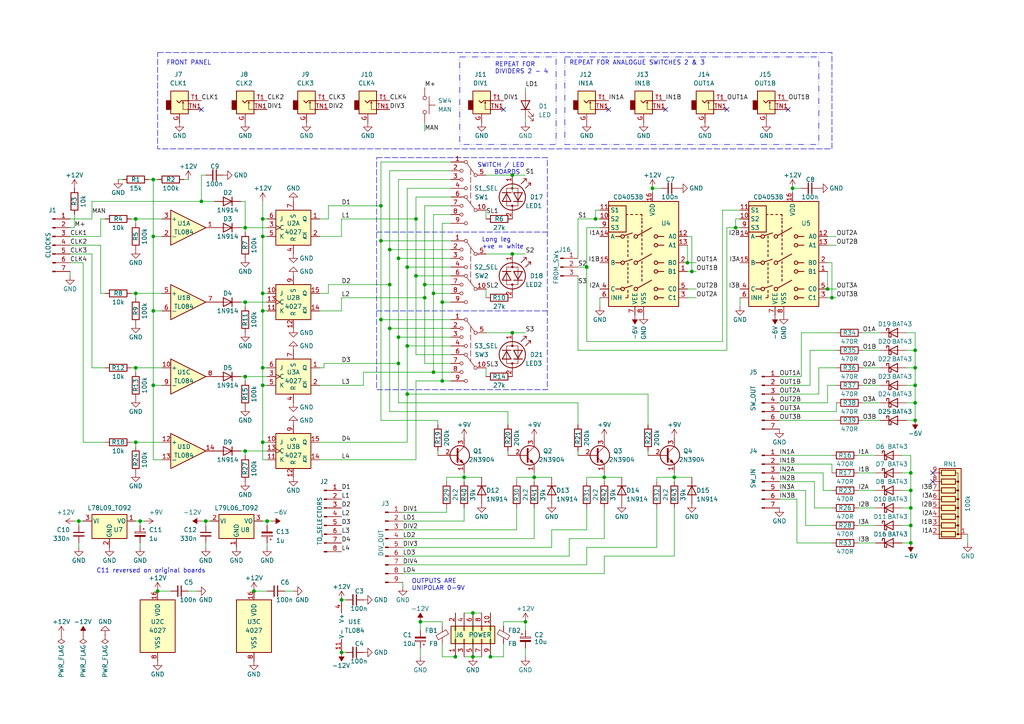
<source format=kicad_sch>
(kicad_sch (version 20230121) (generator eeschema)
  (paper "A4")
  (title_block (title "Quad frequency divider / Triple analogue switch") (rev "0.2") (comment 1 "be connected to any division stage, and act as double pole changeover switches.") (comment 2 "Stages can be used individually or in groups as desired. The analogue switches can each") (comment 3 "of the next stages, giving divisions by 2, 4, 8 and 16 by default, at 50% duty cycle.") (comment 4 "4 stage frequency divider : outputs of the first three stages are normalled to the inputs"))
  (lib_symbols
    (symbol "4xxx:4027" (pin_names (offset 1.016))
      (property "Reference" "U" (at -7.62 8.89 0))
      (property "Value" "4027" (at -7.62 -8.89 0))
      (symbol "4027_1_1"
        (pin output line (at 7.62 2.54 180) (length 2.54) (name "Q") (number "1"))
        (pin output line (at 7.62 -2.54 180) (length 2.54) (name "~{Q}") (number "2"))
        (pin input clock (at -7.62 0 0) (length 2.54) (name "C") (number "3"))
        (pin input line (at 0 -7.62 90) (length 2.54) (name "R") (number "4"))
        (pin input line (at -7.62 -2.54 0) (length 2.54) (name "K") (number "5"))
        (pin input line (at -7.62 2.54 0) (length 2.54) (name "J") (number "6"))
        (pin input line (at 0 7.62 270) (length 2.54) (name "S") (number "7"))
      )
      (symbol "4027_2_1"
        (pin input line (at -7.62 2.54 0) (length 2.54) (name "J") (number "10"))
        (pin input line (at -7.62 -2.54 0) (length 2.54) (name "K") (number "11"))
        (pin input line (at 0 -7.62 90) (length 2.54) (name "R") (number "12"))
        (pin input clock (at -7.62 0 0) (length 2.54) (name "C") (number "13"))
        (pin output line (at 7.62 -2.54 180) (length 2.54) (name "~{Q}") (number "14"))
        (pin output line (at 7.62 2.54 180) (length 2.54) (name "Q") (number "15"))
        (pin input line (at 0 7.62 270) (length 2.54) (name "S") (number "9"))
      )
      (symbol "4027_3_0"
        (pin power_in line (at 0 10.16 270) (length 2.54) (name "VDD") (number "16"))
        (pin power_in line (at 0 -10.16 90) (length 2.54) (name "VSS") (number "8"))
      )
    )
    (symbol "Amplifier_Operational:TL084" (pin_names (offset 0.127))
      (property "Reference" "U" (at 0 5.08 0))
      (property "Value" "TL084" (at 0 -5.08 0))
      (symbol "TL084_1_1"
        (pin output line (at 7.62 0 180) (length 2.54) (name "~") (number "1"))
        (pin input line (at -7.62 -2.54 0) (length 2.54) (name "-") (number "2"))
        (pin input line (at -7.62 2.54 0) (length 2.54) (name "+") (number "3"))
      )
      (symbol "TL084_2_1"
        (pin input line (at -7.62 2.54 0) (length 2.54) (name "+") (number "5"))
        (pin input line (at -7.62 -2.54 0) (length 2.54) (name "-") (number "6"))
        (pin output line (at 7.62 0 180) (length 2.54) (name "~") (number "7"))
      )
      (symbol "TL084_3_1"
        (pin input line (at -7.62 2.54 0) (length 2.54) (name "+") (number "10"))
        (pin output line (at 7.62 0 180) (length 2.54) (name "~") (number "8"))
        (pin input line (at -7.62 -2.54 0) (length 2.54) (name "-") (number "9"))
      )
      (symbol "TL084_4_1"
        (pin input line (at -7.62 2.54 0) (length 2.54) (name "+") (number "12"))
        (pin input line (at -7.62 -2.54 0) (length 2.54) (name "-") (number "13"))
        (pin output line (at 7.62 0 180) (length 2.54) (name "~") (number "14"))
      )
      (symbol "TL084_5_1"
        (pin power_in line (at -2.54 -7.62 90) (length 3.81) (name "V-") (number "11"))
        (pin power_in line (at -2.54 7.62 270) (length 3.81) (name "V+") (number "4"))
      )
    )
    (symbol "Analog_Switch:CD4053B"
      (property "Reference" "U" (at -10.16 16.51 0))
      (property "Value" "CD4053B" (at 3.81 16.51 0))
      (symbol "CD4053B_1_1"
        (pin bidirectional line (at 12.7 -5.08 180) (length 2.54) (name "B1") (number "1"))
        (pin input line (at -12.7 10.16 0) (length 2.54) (name "S2") (number "10"))
        (pin input line (at -12.7 12.7 0) (length 2.54) (name "S1") (number "11"))
        (pin bidirectional line (at 12.7 5.08 180) (length 2.54) (name "A0") (number "12"))
        (pin bidirectional line (at 12.7 2.54 180) (length 2.54) (name "A1") (number "13"))
        (pin bidirectional line (at -12.7 5.08 0) (length 2.54) (name "A") (number "14"))
        (pin bidirectional line (at -12.7 -2.54 0) (length 2.54) (name "B") (number "15"))
        (pin power_in line (at 2.54 17.78 270) (length 2.54) (name "VDD") (number "16"))
        (pin bidirectional line (at 12.7 -2.54 180) (length 2.54) (name "B0") (number "2"))
        (pin bidirectional line (at 12.7 -12.7 180) (length 2.54) (name "C1") (number "3"))
        (pin bidirectional line (at -12.7 -10.16 0) (length 2.54) (name "C") (number "4"))
        (pin bidirectional line (at 12.7 -10.16 180) (length 2.54) (name "C0") (number "5"))
        (pin input line (at -12.7 -12.7 0) (length 2.54) (name "INH") (number "6"))
        (pin power_in line (at -2.54 -17.78 90) (length 2.54) (name "VEE") (number "7"))
        (pin power_in line (at 0 -17.78 90) (length 2.54) (name "VSS") (number "8"))
        (pin input line (at -12.7 7.62 0) (length 2.54) (name "S3") (number "9"))
      )
    )
    (symbol "CGE_symbols:AudioJack_Ground_Switch"
      (property "Reference" "J" (at -0.762 6.35 0))
      (property "Value" "AudioJack_Ground_Switch" (at -0.762 4.318 0))
      (symbol "AudioJack_Ground_Switch_1_1"
        (pin passive line (at -1.27 -6.35 90) (length 2.54) (name "~") (number "G"))
        (pin passive line (at 5.08 0 180) (length 3.81) (name "~") (number "T1"))
        (pin passive line (at 5.08 -2.54 180) (length 3.81) (name "~") (number "TN1"))
      )
    )
    (symbol "CGE_symbols:LED_Dual_Bidirectional" (pin_names (offset 0) hide)
      (property "Reference" "D" (at 0 5.08 0))
      (property "Value" "LED_Dual_Bidirectional" (at 0 -5.715 0))
      (symbol "LED_Dual_Bidirectional_1_1"
        (pin input line (at 6.35 0 180) (length 2.54) (name "KA") (number "1"))
        (pin input line (at -6.35 0 0) (length 2.54) (name "AK") (number "2"))
      )
    )
    (symbol "CGE_symbols:SW_DP4T" (pin_names (offset 0) hide)
      (property "Reference" "SW" (at -6.35 -3.81 0))
      (property "Value" "SW_DP4T" (at -6.35 -6.985 0))
      (symbol "SW_DP4T_1_1"
        (pin passive line (at 5.08 3.81 180) (length 3.81) (name "1") (number "1"))
        (pin passive line (at -5.08 -10.16 0) (length 2.54) (name "10") (number "10"))
        (pin passive line (at 5.08 1.27 180) (length 2.54) (name "2") (number "2"))
        (pin passive line (at 5.08 -1.27 180) (length 2.54) (name "3") (number "3"))
        (pin passive line (at 5.08 -3.81 180) (length 3.81) (name "4") (number "4"))
        (pin passive line (at -5.08 0 0) (length 2.54) (name "5") (number "5"))
        (pin passive line (at 5.08 -6.35 180) (length 3.81) (name "6") (number "6"))
        (pin passive line (at 5.08 -8.89 180) (length 2.54) (name "7") (number "7"))
        (pin passive line (at 5.08 -11.43 180) (length 2.54) (name "8") (number "8"))
        (pin passive line (at 5.08 -13.97 180) (length 3.81) (name "9") (number "9"))
      )
    )
    (symbol "Connector:Conn_01x03_Pin" (pin_names (offset 1.016) hide)
      (property "Reference" "J" (at 0 5.08 0))
      (property "Value" "Conn_01x03_Pin" (at 0 -5.08 0))
      (symbol "Conn_01x03_Pin_1_1"
        (pin passive line (at 5.08 2.54 180) (length 3.81) (name "Pin_1") (number "1"))
        (pin passive line (at 5.08 0 180) (length 3.81) (name "Pin_2") (number "2"))
        (pin passive line (at 5.08 -2.54 180) (length 3.81) (name "Pin_3") (number "3"))
      )
    )
    (symbol "Connector:Conn_01x07_Pin" (pin_names (offset 1.016) hide)
      (property "Reference" "J" (at 0 10.16 0))
      (property "Value" "Conn_01x07_Pin" (at 0 -10.16 0))
      (symbol "Conn_01x07_Pin_1_1"
        (pin passive line (at 5.08 7.62 180) (length 3.81) (name "Pin_1") (number "1"))
        (pin passive line (at 5.08 5.08 180) (length 3.81) (name "Pin_2") (number "2"))
        (pin passive line (at 5.08 2.54 180) (length 3.81) (name "Pin_3") (number "3"))
        (pin passive line (at 5.08 0 180) (length 3.81) (name "Pin_4") (number "4"))
        (pin passive line (at 5.08 -2.54 180) (length 3.81) (name "Pin_5") (number "5"))
        (pin passive line (at 5.08 -5.08 180) (length 3.81) (name "Pin_6") (number "6"))
        (pin passive line (at 5.08 -7.62 180) (length 3.81) (name "Pin_7") (number "7"))
      )
    )
    (symbol "Connector:Conn_01x08_Pin" (pin_names (offset 1.016) hide)
      (property "Reference" "J" (at 0 10.16 0))
      (property "Value" "Conn_01x08_Pin" (at 0 -12.7 0))
      (symbol "Conn_01x08_Pin_1_1"
        (pin passive line (at 5.08 7.62 180) (length 3.81) (name "Pin_1") (number "1"))
        (pin passive line (at 5.08 5.08 180) (length 3.81) (name "Pin_2") (number "2"))
        (pin passive line (at 5.08 2.54 180) (length 3.81) (name "Pin_3") (number "3"))
        (pin passive line (at 5.08 0 180) (length 3.81) (name "Pin_4") (number "4"))
        (pin passive line (at 5.08 -2.54 180) (length 3.81) (name "Pin_5") (number "5"))
        (pin passive line (at 5.08 -5.08 180) (length 3.81) (name "Pin_6") (number "6"))
        (pin passive line (at 5.08 -7.62 180) (length 3.81) (name "Pin_7") (number "7"))
        (pin passive line (at 5.08 -10.16 180) (length 3.81) (name "Pin_8") (number "8"))
      )
    )
    (symbol "Connector:Conn_01x09_Pin" (pin_names (offset 1.016) hide)
      (property "Reference" "J" (at 0 12.7 0))
      (property "Value" "Conn_01x09_Pin" (at 0 -12.7 0))
      (symbol "Conn_01x09_Pin_1_1"
        (pin passive line (at 5.08 10.16 180) (length 3.81) (name "Pin_1") (number "1"))
        (pin passive line (at 5.08 7.62 180) (length 3.81) (name "Pin_2") (number "2"))
        (pin passive line (at 5.08 5.08 180) (length 3.81) (name "Pin_3") (number "3"))
        (pin passive line (at 5.08 2.54 180) (length 3.81) (name "Pin_4") (number "4"))
        (pin passive line (at 5.08 0 180) (length 3.81) (name "Pin_5") (number "5"))
        (pin passive line (at 5.08 -2.54 180) (length 3.81) (name "Pin_6") (number "6"))
        (pin passive line (at 5.08 -5.08 180) (length 3.81) (name "Pin_7") (number "7"))
        (pin passive line (at 5.08 -7.62 180) (length 3.81) (name "Pin_8") (number "8"))
        (pin passive line (at 5.08 -10.16 180) (length 3.81) (name "Pin_9") (number "9"))
      )
    )
    (symbol "Connector_Generic:Conn_02x05_Odd_Even" (pin_names (offset 1.016) hide)
      (property "Reference" "J" (at 1.27 7.62 0))
      (property "Value" "Conn_02x05_Odd_Even" (at 1.27 -7.62 0))
      (symbol "Conn_02x05_Odd_Even_1_1"
        (pin passive line (at -5.08 5.08 0) (length 3.81) (name "Pin_1") (number "1"))
        (pin passive line (at 7.62 -5.08 180) (length 3.81) (name "Pin_10") (number "10"))
        (pin passive line (at 7.62 5.08 180) (length 3.81) (name "Pin_2") (number "2"))
        (pin passive line (at -5.08 2.54 0) (length 3.81) (name "Pin_3") (number "3"))
        (pin passive line (at 7.62 2.54 180) (length 3.81) (name "Pin_4") (number "4"))
        (pin passive line (at -5.08 0 0) (length 3.81) (name "Pin_5") (number "5"))
        (pin passive line (at 7.62 0 180) (length 3.81) (name "Pin_6") (number "6"))
        (pin passive line (at -5.08 -2.54 0) (length 3.81) (name "Pin_7") (number "7"))
        (pin passive line (at 7.62 -2.54 180) (length 3.81) (name "Pin_8") (number "8"))
        (pin passive line (at -5.08 -5.08 0) (length 3.81) (name "Pin_9") (number "9"))
      )
    )
    (symbol "Device:C_Polarized_Small" (pin_numbers hide) (pin_names (offset 0.254) hide)
      (property "Reference" "C" (at 0.254 1.778 0))
      (property "Value" "C_Polarized_Small" (at 0.254 -2.032 0))
      (symbol "C_Polarized_Small_1_1"
        (pin passive line (at 0 2.54 270) (length 1.8542) (name "~") (number "1"))
        (pin passive line (at 0 -2.54 90) (length 1.8542) (name "~") (number "2"))
      )
    )
    (symbol "Device:C_Small" (pin_numbers hide) (pin_names (offset 0.254) hide)
      (property "Reference" "C" (at 0.254 1.778 0))
      (property "Value" "C_Small" (at 0.254 -2.032 0))
      (symbol "C_Small_1_1"
        (pin passive line (at 0 2.54 270) (length 2.032) (name "~") (number "1"))
        (pin passive line (at 0 -2.54 90) (length 2.032) (name "~") (number "2"))
      )
    )
    (symbol "Device:D_Schottky" (pin_numbers hide) (pin_names (offset 1.016) hide)
      (property "Reference" "D" (at 0 2.54 0))
      (property "Value" "D_Schottky" (at 0 -2.54 0))
      (symbol "D_Schottky_1_1"
        (pin passive line (at -3.81 0 0) (length 2.54) (name "K") (number "1"))
        (pin passive line (at 3.81 0 180) (length 2.54) (name "A") (number "2"))
      )
    )
    (symbol "Device:FerriteBead_Small" (pin_numbers hide) (pin_names (offset 0))
      (property "Reference" "FB" (at 1.905 1.27 0))
      (property "Value" "FerriteBead_Small" (at 1.905 -1.27 0))
      (symbol "FerriteBead_Small_1_1"
        (pin passive line (at 0 2.54 270) (length 1.27) (name "~") (number "1"))
        (pin passive line (at 0 -2.54 90) (length 1.27) (name "~") (number "2"))
      )
    )
    (symbol "Device:LED" (pin_numbers hide) (pin_names (offset 1.016) hide)
      (property "Reference" "D" (at 0 2.54 0))
      (property "Value" "LED" (at 0 -2.54 0))
      (symbol "LED_1_1"
        (pin passive line (at -3.81 0 0) (length 2.54) (name "K") (number "1"))
        (pin passive line (at 3.81 0 180) (length 2.54) (name "A") (number "2"))
      )
    )
    (symbol "Device:R" (pin_numbers hide) (pin_names (offset 0))
      (property "Reference" "R" (at 2.032 0 90))
      (property "Value" "R" (at 0 0 90))
      (symbol "R_1_1"
        (pin passive line (at 0 3.81 270) (length 1.27) (name "~") (number "1"))
        (pin passive line (at 0 -3.81 90) (length 1.27) (name "~") (number "2"))
      )
    )
    (symbol "Device:R_Network08" (pin_names (offset 0) hide)
      (property "Reference" "RN" (at -12.7 0 90))
      (property "Value" "R_Network08" (at 10.16 0 90))
      (symbol "R_Network08_1_1"
        (pin passive line (at -10.16 5.08 270) (length 2.54) (name "common") (number "1"))
        (pin passive line (at -10.16 -5.08 90) (length 1.27) (name "R1") (number "2"))
        (pin passive line (at -7.62 -5.08 90) (length 1.27) (name "R2") (number "3"))
        (pin passive line (at -5.08 -5.08 90) (length 1.27) (name "R3") (number "4"))
        (pin passive line (at -2.54 -5.08 90) (length 1.27) (name "R4") (number "5"))
        (pin passive line (at 0 -5.08 90) (length 1.27) (name "R5") (number "6"))
        (pin passive line (at 2.54 -5.08 90) (length 1.27) (name "R6") (number "7"))
        (pin passive line (at 5.08 -5.08 90) (length 1.27) (name "R7") (number "8"))
        (pin passive line (at 7.62 -5.08 90) (length 1.27) (name "R8") (number "9"))
      )
    )
    (symbol "Diode:1N914" (pin_numbers hide) (pin_names hide)
      (property "Reference" "D" (at 0 2.54 0))
      (property "Value" "1N914" (at 0 -2.54 0))
      (symbol "1N914_1_1"
        (pin passive line (at -3.81 0 0) (length 2.54) (name "K") (number "1"))
        (pin passive line (at 3.81 0 180) (length 2.54) (name "A") (number "2"))
      )
    )
    (symbol "Regulator_Linear:L78L09_TO92" (pin_names (offset 0.254))
      (property "Reference" "U" (at -3.81 3.175 0))
      (property "Value" "L78L09_TO92" (at 0 3.175 0))
      (symbol "L78L09_TO92_1_1"
        (pin power_out line (at 7.62 0 180) (length 2.54) (name "VO") (number "1"))
        (pin power_in line (at 0 -7.62 90) (length 2.54) (name "GND") (number "2"))
        (pin power_in line (at -7.62 0 0) (length 2.54) (name "VI") (number "3"))
      )
    )
    (symbol "Regulator_Linear:L79L05_TO92" (pin_names (offset 0.254))
      (property "Reference" "U" (at -3.81 -3.175 0))
      (property "Value" "L79L05_TO92" (at 0 -3.175 0))
      (symbol "L79L05_TO92_1_1"
        (pin power_in line (at 0 7.62 270) (length 2.54) (name "GND") (number "1"))
        (pin power_in line (at -7.62 0 0) (length 2.54) (name "VI") (number "2"))
        (pin power_out line (at 7.62 0 180) (length 2.54) (name "VO") (number "3"))
      )
    )
    (symbol "Switch:SW_Push" (pin_numbers hide) (pin_names (offset 1.016) hide)
      (property "Reference" "SW" (at 1.27 2.54 0))
      (property "Value" "SW_Push" (at 0 -1.524 0))
      (symbol "SW_Push_0_1"
        (pin passive line (at -5.08 0 0) (length 2.54) (name "1") (number "1"))
        (pin passive line (at 5.08 0 180) (length 2.54) (name "2") (number "2"))
      )
    )
    (symbol "Transistor_BJT:2N3904" (pin_names (offset 0) hide)
      (property "Reference" "Q" (at 5.08 1.905 0))
      (property "Value" "2N3904" (at 5.08 0 0))
      (symbol "2N3904_1_1"
        (pin passive line (at 2.54 -5.08 90) (length 2.54) (name "E") (number "1"))
        (pin passive line (at -5.08 0 0) (length 5.715) (name "B") (number "2"))
        (pin passive line (at 2.54 5.08 270) (length 2.54) (name "C") (number "3"))
      )
    )
    (symbol "power:+12V" (power) (pin_names (offset 0))
      (property "Value" "+12V" (at 0 3.556 0))
      (symbol "+12V_1_1"
        (pin power_in line (at 0 0 90) (length 0) hide (name "+12V") (number "1"))
      )
    )
    (symbol "power:+9V" (power) (pin_names (offset 0))
      (property "Value" "+9V" (at 0 3.556 0))
      (symbol "+9V_1_1"
        (pin power_in line (at 0 0 90) (length 0) hide (name "+9V") (number "1"))
      )
    )
    (symbol "power:-12V" (power) (pin_names (offset 0))
      (property "Value" "-12V" (at 0 3.81 0))
      (symbol "-12V_0_0"
        (pin power_in line (at 0 0 90) (length 0) hide (name "-12V") (number "1"))
      )
    )
    (symbol "power:-6V" (power) (pin_names (offset 0))
      (property "Value" "-6V" (at 0 3.81 0))
      (symbol "-6V_0_0"
        (pin power_in line (at 0 0 90) (length 0) hide (name "-6V") (number "1"))
      )
    )
    (symbol "power:GND" (power) (pin_names (offset 0))
      (property "Value" "GND" (at 0 -3.81 0))
      (symbol "GND_1_1"
        (pin power_in line (at 0 0 270) (length 0) hide (name "GND") (number "1"))
      )
    )
    (symbol "power:PWR_FLAG" (power) (pin_numbers hide) (pin_names (offset 0) hide)
      (property "Value" "PWR_FLAG" (at 0 3.81 0))
      (symbol "PWR_FLAG_0_0"
        (pin power_out line (at 0 0 90) (length 0) (name "pwr") (number "1"))
      )
    )
  )
  (junction (at 22.86 151.13))
  (junction (at 40.64 151.13))
  (junction (at 265.43 101.6))
  (junction (at 148.59 96.52))
  (junction (at 123.19 82.55))
  (junction (at 264.16 137.16))
  (junction (at 76.2 128.27))
  (junction (at 125.73 85.09))
  (junction (at 113.03 72.39))
  (junction (at 229.87 54.61))
  (junction (at 115.57 74.93))
  (junction (at 125.73 107.95))
  (junction (at 110.49 92.71))
  (junction (at 118.11 100.33))
  (junction (at 264.16 157.48))
  (junction (at 73.66 171.45))
  (junction (at 265.43 121.92))
  (junction (at 39.37 85.09))
  (junction (at 113.03 95.25))
  (junction (at 76.2 68.58))
  (junction (at 110.49 59.69))
  (junction (at 154.94 138.43))
  (junction (at 71.12 66.04))
  (junction (at 44.45 111.76))
  (junction (at 148.59 50.8))
  (junction (at 44.45 90.17))
  (junction (at 142.24 190.5))
  (junction (at 240.03 83.82))
  (junction (at 99.06 189.23))
  (junction (at 137.16 177.8))
  (junction (at 99.06 173.99))
  (junction (at 44.45 52.07))
  (junction (at 265.43 106.68))
  (junction (at 132.08 190.5))
  (junction (at 200.66 78.74))
  (junction (at 39.37 128.27))
  (junction (at 59.69 151.13))
  (junction (at 76.2 63.5))
  (junction (at 170.18 77.47))
  (junction (at 137.16 190.5))
  (junction (at 213.36 66.04))
  (junction (at 39.37 63.5))
  (junction (at 172.72 63.5))
  (junction (at 265.43 116.84))
  (junction (at 189.23 54.61))
  (junction (at 148.59 73.66))
  (junction (at 118.11 77.47))
  (junction (at 128.27 110.49))
  (junction (at 77.47 151.13))
  (junction (at 123.19 86.36))
  (junction (at 265.43 111.76))
  (junction (at 152.4 180.34))
  (junction (at 113.03 82.55))
  (junction (at 39.37 106.68))
  (junction (at 71.12 109.22))
  (junction (at 264.16 152.4))
  (junction (at 76.2 106.68))
  (junction (at 110.49 69.85))
  (junction (at 264.16 142.24))
  (junction (at 76.2 111.76))
  (junction (at 115.57 105.41))
  (junction (at 118.11 114.3))
  (junction (at 115.57 97.79))
  (junction (at 175.26 138.43))
  (junction (at 264.16 147.32))
  (junction (at 120.65 63.5))
  (junction (at 58.42 58.42))
  (junction (at 71.12 87.63))
  (junction (at 134.62 138.43))
  (junction (at 44.45 68.58))
  (junction (at 45.72 171.45))
  (junction (at 128.27 87.63))
  (junction (at 76.2 90.17))
  (junction (at 121.92 180.34))
  (junction (at 195.58 138.43))
  (junction (at 120.65 80.01))
  (junction (at 71.12 130.81))
  (junction (at 199.39 76.2))
  (junction (at 76.2 85.09))
  (junction (at 241.3 86.36))
  (no_connect (at 58.42 31.75))
  (no_connect (at 210.82 31.75))
  (no_connect (at 176.53 31.75))
  (no_connect (at 270.51 139.7))
  (no_connect (at 193.04 31.75))
  (no_connect (at 146.05 31.75))
  (no_connect (at 270.51 137.16))
  (no_connect (at 228.6 31.75))
  (wire (pts (xy 226.06 144.78) (xy 231.14 144.78)))
  (wire (pts (xy 99.06 86.36) (xy 123.19 86.36)))
  (wire (pts (xy 29.21 85.09) (xy 30.48 85.09)))
  (wire (pts (xy 226.06 121.92) (xy 242.57 121.92)))
  (wire (pts (xy 95.25 59.69) (xy 110.49 59.69)))
  (wire (pts (xy 39.37 63.5) (xy 46.99 63.5)))
  (wire (pts (xy 250.19 106.68) (xy 255.27 106.68)))
  (wire (pts (xy 137.16 177.8) (xy 139.7 177.8)))
  (wire (pts (xy 20.32 63.5) (xy 26.67 63.5)))
  (wire (pts (xy 240.03 111.76) (xy 240.03 116.84)))
  (wire (pts (xy 170.18 153.67) (xy 170.18 147.32)))
  (wire (pts (xy 128.27 87.63) (xy 128.27 110.49)))
  (wire (pts (xy 146.05 181.61) (xy 146.05 180.34)))
  (wire (pts (xy 128.27 180.34) (xy 121.92 180.34)))
  (wire (pts (xy 77.47 90.17) (xy 76.2 90.17)))
  (wire (pts (xy 20.32 71.12) (xy 29.21 71.12)))
  (wire (pts (xy 57.15 171.45) (xy 54.61 171.45)))
  (wire (pts (xy 115.57 74.93) (xy 115.57 97.79)))
  (wire (pts (xy 123.19 86.36) (xy 123.19 105.41)))
  (wire (pts (xy 250.19 116.84) (xy 255.27 116.84)))
  (wire (pts (xy 140.97 83.82) (xy 140.97 86.36)))
  (wire (pts (xy 237.49 106.68) (xy 237.49 114.3)))
  (wire (pts (xy 262.89 111.76) (xy 265.43 111.76)))
  (wire (pts (xy 39.37 129.54) (xy 39.37 128.27)))
  (wire (pts (xy 77.47 151.13) (xy 78.74 151.13)))
  (wire (pts (xy 232.41 96.52) (xy 242.57 96.52)))
  (wire (pts (xy 170.18 99.06) (xy 170.18 77.47)))
  (wire (pts (xy 128.27 190.5) (xy 132.08 190.5)))
  (wire (pts (xy 116.84 153.67) (xy 149.86 153.67)))
  (wire (pts (xy 77.47 151.13) (xy 77.47 152.4)))
  (wire (pts (xy 134.62 139.7) (xy 134.62 138.43)))
  (wire (pts (xy 44.45 133.35) (xy 46.99 133.35)))
  (wire (pts (xy 92.71 128.27) (xy 118.11 128.27)))
  (wire (pts (xy 120.65 80.01) (xy 120.65 102.87)))
  (wire (pts (xy 248.92 132.08) (xy 254 132.08)))
  (wire (pts (xy 116.84 156.21) (xy 154.94 156.21)))
  (wire (pts (xy 165.1 156.21) (xy 175.26 156.21)))
  (wire (pts (xy 110.49 69.85) (xy 110.49 92.71)))
  (wire (pts (xy 24.13 128.27) (xy 30.48 128.27)))
  (wire (pts (xy 44.45 111.76) (xy 46.99 111.76)))
  (wire (pts (xy 76.2 90.17) (xy 76.2 106.68)))
  (wire (pts (xy 40.64 151.13) (xy 40.64 152.4)))
  (wire (pts (xy 58.42 151.13) (xy 59.69 151.13)))
  (wire (pts (xy 110.49 69.85) (xy 130.81 69.85)))
  (wire (pts (xy 92.71 133.35) (xy 120.65 133.35)))
  (wire (pts (xy 130.81 52.07) (xy 115.57 52.07)))
  (wire (pts (xy 175.26 161.29) (xy 195.58 161.29)))
  (wire (pts (xy 76.2 68.58) (xy 76.2 85.09)))
  (wire (pts (xy 200.66 138.43) (xy 195.58 138.43)))
  (wire (pts (xy 240.03 76.2) (xy 241.3 76.2)))
  (wire (pts (xy 148.59 50.8) (xy 152.4 50.8)))
  (wire (pts (xy 152.4 187.96) (xy 152.4 190.5)))
  (wire (pts (xy 125.73 85.09) (xy 125.73 107.95)))
  (wire (pts (xy 29.21 63.5) (xy 30.48 63.5)))
  (wire (pts (xy 110.49 92.71) (xy 110.49 121.92)))
  (wire (pts (xy 167.64 116.84) (xy 115.57 116.84)))
  (wire (pts (xy 71.12 132.08) (xy 71.12 130.81)))
  (wire (pts (xy 167.64 63.5) (xy 172.72 63.5)))
  (wire (pts (xy 38.1 85.09) (xy 39.37 85.09)))
  (wire (pts (xy 261.62 157.48) (xy 264.16 157.48)))
  (wire (pts (xy 154.94 138.43) (xy 149.86 138.43)))
  (wire (pts (xy 226.06 114.3) (xy 237.49 114.3)))
  (wire (pts (xy 262.89 96.52) (xy 265.43 96.52)))
  (wire (pts (xy 20.32 76.2) (xy 24.13 76.2)))
  (wire (pts (xy 199.39 68.58) (xy 200.66 68.58)))
  (wire (pts (xy 125.73 62.23) (xy 130.81 62.23)))
  (wire (pts (xy 125.73 85.09) (xy 130.81 85.09)))
  (wire (pts (xy 160.02 153.67) (xy 170.18 153.67)))
  (wire (pts (xy 39.37 151.13) (xy 40.64 151.13)))
  (wire (pts (xy 264.16 147.32) (xy 264.16 152.4)))
  (wire (pts (xy 93.98 105.41) (xy 115.57 105.41)))
  (wire (pts (xy 250.19 96.52) (xy 255.27 96.52)))
  (wire (pts (xy 76.2 106.68) (xy 77.47 106.68)))
  (wire (pts (xy 226.06 132.08) (xy 241.3 132.08)))
  (wire (pts (xy 113.03 95.25) (xy 113.03 119.38)))
  (wire (pts (xy 118.11 77.47) (xy 130.81 77.47)))
  (polyline (pts (xy 109.22 90.17) (xy 158.75 90.17)) (stroke (width 0) (type dash)))
  (wire (pts (xy 120.65 80.01) (xy 130.81 80.01)))
  (wire (pts (xy 213.36 66.04) (xy 214.63 66.04)))
  (wire (pts (xy 175.26 138.43) (xy 175.26 137.16)))
  (wire (pts (xy 38.1 63.5) (xy 39.37 63.5)))
  (wire (pts (xy 175.26 156.21) (xy 175.26 147.32)))
  (wire (pts (xy 123.19 82.55) (xy 123.19 86.36)))
  (wire (pts (xy 261.62 137.16) (xy 264.16 137.16)))
  (wire (pts (xy 76.2 58.42) (xy 76.2 63.5)))
  (wire (pts (xy 226.06 119.38) (xy 242.57 119.38)))
  (wire (pts (xy 44.45 90.17) (xy 46.99 90.17)))
  (wire (pts (xy 137.16 190.5) (xy 139.7 190.5)))
  (wire (pts (xy 214.63 63.5) (xy 213.36 63.5)))
  (wire (pts (xy 118.11 114.3) (xy 187.96 114.3)))
  (wire (pts (xy 113.03 82.55) (xy 113.03 95.25)))
  (wire (pts (xy 261.62 152.4) (xy 264.16 152.4)))
  (wire (pts (xy 77.47 133.35) (xy 76.2 133.35)))
  (wire (pts (xy 147.32 119.38) (xy 113.03 119.38)))
  (wire (pts (xy 140.97 106.68) (xy 140.97 109.22)))
  (wire (pts (xy 59.69 151.13) (xy 60.96 151.13)))
  (wire (pts (xy 76.2 85.09) (xy 76.2 90.17)))
  (wire (pts (xy 99.06 86.36) (xy 99.06 90.17)))
  (wire (pts (xy 199.39 76.2) (xy 201.93 76.2)))
  (wire (pts (xy 213.36 63.5) (xy 213.36 66.04)))
  (wire (pts (xy 59.69 157.48) (xy 59.69 158.75)))
  (wire (pts (xy 167.64 80.01) (xy 167.64 101.6)))
  (wire (pts (xy 199.39 83.82) (xy 201.93 83.82)))
  (wire (pts (xy 44.45 111.76) (xy 44.45 90.17)))
  (wire (pts (xy 58.42 58.42) (xy 62.23 58.42)))
  (wire (pts (xy 170.18 158.75) (xy 170.18 163.83)))
  (wire (pts (xy 261.62 147.32) (xy 264.16 147.32)))
  (wire (pts (xy 242.57 116.84) (xy 242.57 119.38)))
  (wire (pts (xy 241.3 157.48) (xy 231.14 157.48)))
  (wire (pts (xy 210.82 101.6) (xy 167.64 101.6)))
  (wire (pts (xy 232.41 109.22) (xy 232.41 96.52)))
  (wire (pts (xy 73.66 171.45) (xy 77.47 171.45)))
  (wire (pts (xy 76.2 128.27) (xy 76.2 133.35)))
  (wire (pts (xy 146.05 180.34) (xy 152.4 180.34)))
  (wire (pts (xy 71.12 58.42) (xy 71.12 66.04)))
  (wire (pts (xy 99.06 90.17) (xy 92.71 90.17)))
  (wire (pts (xy 262.89 121.92) (xy 265.43 121.92)))
  (wire (pts (xy 120.65 110.49) (xy 120.65 133.35)))
  (wire (pts (xy 187.96 114.3) (xy 187.96 123.19)))
  (wire (pts (xy 213.36 66.04) (xy 210.82 66.04)))
  (wire (pts (xy 76.2 111.76) (xy 76.2 128.27)))
  (wire (pts (xy 167.64 123.19) (xy 167.64 116.84)))
  (wire (pts (xy 58.42 50.8) (xy 58.42 58.42)))
  (wire (pts (xy 262.89 116.84) (xy 265.43 116.84)))
  (wire (pts (xy 134.62 138.43) (xy 134.62 137.16)))
  (wire (pts (xy 127 130.81) (xy 127 132.08)))
  (wire (pts (xy 93.98 106.68) (xy 92.71 106.68)))
  (wire (pts (xy 170.18 66.04) (xy 170.18 77.47)))
  (wire (pts (xy 140.97 50.8) (xy 148.59 50.8)))
  (wire (pts (xy 231.14 157.48) (xy 231.14 144.78)))
  (wire (pts (xy 265.43 96.52) (xy 265.43 101.6)))
  (wire (pts (xy 100.33 173.99) (xy 99.06 173.99)))
  (wire (pts (xy 34.29 52.07) (xy 35.56 52.07)))
  (wire (pts (xy 241.3 142.24) (xy 238.76 142.24)))
  (wire (pts (xy 195.58 138.43) (xy 195.58 137.16)))
  (wire (pts (xy 241.3 86.36) (xy 242.57 86.36)))
  (wire (pts (xy 45.72 171.45) (xy 49.53 171.45)))
  (wire (pts (xy 134.62 177.8) (xy 137.16 177.8)))
  (wire (pts (xy 39.37 128.27) (xy 46.99 128.27)))
  (wire (pts (xy 264.16 142.24) (xy 264.16 147.32)))
  (wire (pts (xy 241.3 147.32) (xy 236.22 147.32)))
  (wire (pts (xy 39.37 86.36) (xy 39.37 85.09)))
  (wire (pts (xy 113.03 49.53) (xy 130.81 49.53)))
  (wire (pts (xy 123.19 82.55) (xy 130.81 82.55)))
  (wire (pts (xy 241.3 86.36) (xy 240.03 86.36)))
  (wire (pts (xy 165.1 156.21) (xy 165.1 161.29)))
  (wire (pts (xy 113.03 95.25) (xy 130.81 95.25)))
  (wire (pts (xy 200.66 78.74) (xy 201.93 78.74)))
  (wire (pts (xy 264.16 152.4) (xy 264.16 157.48)))
  (wire (pts (xy 240.03 111.76) (xy 242.57 111.76)))
  (wire (pts (xy 241.3 152.4) (xy 233.68 152.4)))
  (wire (pts (xy 200.66 68.58) (xy 200.66 78.74)))
  (wire (pts (xy 123.19 82.55) (xy 123.19 59.69)))
  (wire (pts (xy 167.64 130.81) (xy 167.64 132.08)))
  (wire (pts (xy 77.47 157.48) (xy 77.47 158.75)))
  (wire (pts (xy 200.66 78.74) (xy 199.39 78.74)))
  (wire (pts (xy 24.13 76.2) (xy 24.13 128.27)))
  (wire (pts (xy 118.11 100.33) (xy 118.11 114.3)))
  (wire (pts (xy 167.64 77.47) (xy 170.18 77.47)))
  (wire (pts (xy 99.06 189.23) (xy 100.33 189.23)))
  (wire (pts (xy 118.11 54.61) (xy 118.11 77.47)))
  (wire (pts (xy 147.32 130.81) (xy 147.32 132.08)))
  (wire (pts (xy 54.61 52.07) (xy 53.34 52.07)))
  (wire (pts (xy 44.45 52.07) (xy 43.18 52.07)))
  (wire (pts (xy 105.41 107.95) (xy 125.73 107.95)))
  (wire (pts (xy 242.57 71.12) (xy 240.03 71.12)))
  (wire (pts (xy 154.94 147.32) (xy 154.94 156.21)))
  (wire (pts (xy 39.37 107.95) (xy 39.37 106.68)))
  (wire (pts (xy 248.92 157.48) (xy 254 157.48)))
  (wire (pts (xy 71.12 67.31) (xy 71.12 66.04)))
  (wire (pts (xy 69.85 87.63) (xy 71.12 87.63)))
  (wire (pts (xy 175.26 161.29) (xy 175.26 166.37)))
  (wire (pts (xy 142.24 177.8) (xy 142.24 190.5)))
  (wire (pts (xy 241.3 76.2) (xy 241.3 86.36)))
  (wire (pts (xy 199.39 86.36) (xy 201.93 86.36)))
  (wire (pts (xy 152.4 34.29) (xy 152.4 35.56)))
  (wire (pts (xy 125.73 107.95) (xy 130.81 107.95)))
  (wire (pts (xy 226.06 137.16) (xy 238.76 137.16)))
  (wire (pts (xy 129.54 148.59) (xy 129.54 147.32)))
  (wire (pts (xy 69.85 130.81) (xy 71.12 130.81)))
  (wire (pts (xy 264.16 137.16) (xy 264.16 142.24)))
  (wire (pts (xy 113.03 72.39) (xy 113.03 82.55)))
  (wire (pts (xy 146.05 186.69) (xy 146.05 190.5)))
  (wire (pts (xy 132.08 177.8) (xy 132.08 190.5)))
  (wire (pts (xy 125.73 85.09) (xy 125.73 62.23)))
  (wire (pts (xy 39.37 85.09) (xy 46.99 85.09)))
  (wire (pts (xy 195.58 139.7) (xy 195.58 138.43)))
  (wire (pts (xy 134.62 147.32) (xy 134.62 151.13)))
  (wire (pts (xy 44.45 68.58) (xy 46.99 68.58)))
  (wire (pts (xy 21.59 151.13) (xy 22.86 151.13)))
  (wire (pts (xy 110.49 121.92) (xy 127 121.92)))
  (wire (pts (xy 118.11 114.3) (xy 118.11 128.27)))
  (wire (pts (xy 264.16 132.08) (xy 264.16 137.16)))
  (wire (pts (xy 199.39 71.12) (xy 199.39 76.2)))
  (wire (pts (xy 152.4 180.34) (xy 152.4 182.88)))
  (wire (pts (xy 265.43 106.68) (xy 265.43 111.76)))
  (wire (pts (xy 129.54 139.7) (xy 129.54 138.43)))
  (wire (pts (xy 238.76 142.24) (xy 238.76 137.16)))
  (wire (pts (xy 120.65 110.49) (xy 128.27 110.49)))
  (wire (pts (xy 26.67 58.42) (xy 26.67 63.5)))
  (wire (pts (xy 160.02 138.43) (xy 154.94 138.43)))
  (wire (pts (xy 95.25 59.69) (xy 95.25 63.5)))
  (wire (pts (xy 214.63 86.36) (xy 214.63 88.9)))
  (wire (pts (xy 76.2 85.09) (xy 77.47 85.09)))
  (wire (pts (xy 76.2 128.27) (xy 77.47 128.27)))
  (wire (pts (xy 262.89 106.68) (xy 265.43 106.68)))
  (wire (pts (xy 76.2 151.13) (xy 77.47 151.13)))
  (wire (pts (xy 110.49 59.69) (xy 110.49 69.85)))
  (wire (pts (xy 38.1 106.68) (xy 39.37 106.68)))
  (wire (pts (xy 92.71 111.76) (xy 105.41 111.76)))
  (wire (pts (xy 130.81 46.99) (xy 110.49 46.99)))
  (wire (pts (xy 99.06 63.5) (xy 120.65 63.5)))
  (wire (pts (xy 195.58 161.29) (xy 195.58 147.32)))
  (wire (pts (xy 115.57 74.93) (xy 130.81 74.93)))
  (wire (pts (xy 44.45 90.17) (xy 44.45 68.58)))
  (wire (pts (xy 248.92 152.4) (xy 254 152.4)))
  (wire (pts (xy 180.34 138.43) (xy 175.26 138.43)))
  (wire (pts (xy 265.43 111.76) (xy 265.43 116.84)))
  (wire (pts (xy 105.41 107.95) (xy 105.41 111.76)))
  (wire (pts (xy 128.27 181.61) (xy 128.27 180.34)))
  (wire (pts (xy 118.11 77.47) (xy 118.11 100.33)))
  (wire (pts (xy 26.67 58.42) (xy 58.42 58.42)))
  (wire (pts (xy 115.57 97.79) (xy 130.81 97.79)))
  (wire (pts (xy 140.97 60.96) (xy 140.97 63.5)))
  (wire (pts (xy 172.72 63.5) (xy 172.72 60.96)))
  (wire (pts (xy 130.81 102.87) (xy 120.65 102.87)))
  (wire (pts (xy 241.3 137.16) (xy 241.3 134.62)))
  (wire (pts (xy 187.96 130.81) (xy 187.96 132.08)))
  (wire (pts (xy 234.95 101.6) (xy 242.57 101.6)))
  (wire (pts (xy 121.92 180.34) (xy 121.92 182.88)))
  (wire (pts (xy 170.18 66.04) (xy 173.99 66.04)))
  (wire (pts (xy 22.86 157.48) (xy 22.86 158.75)))
  (wire (pts (xy 116.84 168.91) (xy 116.84 170.18)))
  (wire (pts (xy 39.37 64.77) (xy 39.37 63.5)))
  (wire (pts (xy 123.19 38.1) (xy 123.19 35.56)))
  (wire (pts (xy 140.97 73.66) (xy 148.59 73.66)))
  (wire (pts (xy 226.06 111.76) (xy 234.95 111.76)))
  (wire (pts (xy 76.2 111.76) (xy 77.47 111.76)))
  (wire (pts (xy 209.55 99.06) (xy 170.18 99.06)))
  (wire (pts (xy 137.16 177.8) (xy 137.16 190.5)))
  (wire (pts (xy 29.21 71.12) (xy 29.21 85.09)))
  (wire (pts (xy 115.57 97.79) (xy 115.57 105.41)))
  (wire (pts (xy 265.43 116.84) (xy 265.43 121.92)))
  (wire (pts (xy 26.67 106.68) (xy 30.48 106.68)))
  (wire (pts (xy 214.63 60.96) (xy 209.55 60.96)))
  (wire (pts (xy 71.12 109.22) (xy 77.47 109.22)))
  (wire (pts (xy 121.92 187.96) (xy 121.92 190.5)))
  (wire (pts (xy 140.97 96.52) (xy 148.59 96.52)))
  (wire (pts (xy 149.86 147.32) (xy 149.86 153.67)))
  (wire (pts (xy 116.84 148.59) (xy 129.54 148.59)))
  (wire (pts (xy 154.94 139.7) (xy 154.94 138.43)))
  (wire (pts (xy 44.45 133.35) (xy 44.45 111.76)))
  (wire (pts (xy 71.12 88.9) (xy 71.12 87.63)))
  (wire (pts (xy 120.65 57.15) (xy 130.81 57.15)))
  (wire (pts (xy 175.26 139.7) (xy 175.26 138.43)))
  (wire (pts (xy 93.98 105.41) (xy 93.98 106.68)))
  (wire (pts (xy 170.18 138.43) (xy 175.26 138.43)))
  (wire (pts (xy 134.62 190.5) (xy 137.16 190.5)))
  (wire (pts (xy 148.59 50.8) (xy 148.59 55.88)))
  (wire (pts (xy 21.59 66.04) (xy 20.32 66.04)))
  (wire (pts (xy 20.32 68.58) (xy 29.21 68.58)))
  (wire (pts (xy 20.32 78.74) (xy 20.32 80.01)))
  (wire (pts (xy 226.06 134.62) (xy 241.3 134.62)))
  (wire (pts (xy 22.86 151.13) (xy 22.86 152.4)))
  (wire (pts (xy 265.43 101.6) (xy 265.43 106.68)))
  (wire (pts (xy 99.06 68.58) (xy 92.71 68.58)))
  (wire (pts (xy 147.32 123.19) (xy 147.32 119.38)))
  (wire (pts (xy 21.59 62.23) (xy 21.59 66.04)))
  (wire (pts (xy 69.85 66.04) (xy 71.12 66.04)))
  (wire (pts (xy 148.59 73.66) (xy 152.4 73.66)))
  (wire (pts (xy 128.27 87.63) (xy 130.81 87.63)))
  (wire (pts (xy 110.49 92.71) (xy 130.81 92.71)))
  (wire (pts (xy 189.23 54.61) (xy 189.23 55.88)))
  (wire (pts (xy 76.2 63.5) (xy 76.2 68.58)))
  (wire (pts (xy 128.27 110.49) (xy 130.81 110.49)))
  (wire (pts (xy 40.64 151.13) (xy 41.91 151.13)))
  (wire (pts (xy 233.68 152.4) (xy 233.68 142.24)))
  (wire (pts (xy 77.47 68.58) (xy 76.2 68.58)))
  (wire (pts (xy 110.49 46.99) (xy 110.49 59.69)))
  (wire (pts (xy 130.81 54.61) (xy 118.11 54.61)))
  (wire (pts (xy 146.05 190.5) (xy 142.24 190.5)))
  (wire (pts (xy 152.4 96.52) (xy 148.59 96.52)))
  (wire (pts (xy 250.19 101.6) (xy 255.27 101.6)))
  (wire (pts (xy 240.03 68.58) (xy 242.57 68.58)))
  (wire (pts (xy 170.18 139.7) (xy 170.18 138.43)))
  (wire (pts (xy 99.06 63.5) (xy 99.06 68.58)))
  (wire (pts (xy 113.03 72.39) (xy 130.81 72.39)))
  (wire (pts (xy 170.18 158.75) (xy 190.5 158.75)))
  (wire (pts (xy 172.72 60.96) (xy 173.99 60.96)))
  (wire (pts (xy 134.62 151.13) (xy 116.84 151.13)))
  (wire (pts (xy 237.49 106.68) (xy 242.57 106.68)))
  (wire (pts (xy 71.12 130.81) (xy 77.47 130.81)))
  (wire (pts (xy 130.81 105.41) (xy 123.19 105.41)))
  (wire (pts (xy 134.62 138.43) (xy 129.54 138.43)))
  (wire (pts (xy 115.57 52.07) (xy 115.57 74.93)))
  (wire (pts (xy 128.27 64.77) (xy 128.27 87.63)))
  (wire (pts (xy 229.87 54.61) (xy 232.41 54.61)))
  (wire (pts (xy 154.94 138.43) (xy 154.94 137.16)))
  (wire (pts (xy 190.5 139.7) (xy 190.5 138.43)))
  (wire (pts (xy 262.89 101.6) (xy 265.43 101.6)))
  (wire (pts (xy 172.72 63.5) (xy 173.99 63.5)))
  (wire (pts (xy 40.64 157.48) (xy 40.64 158.75)))
  (wire (pts (xy 76.2 106.68) (xy 76.2 111.76)))
  (wire (pts (xy 209.55 60.96) (xy 209.55 99.06)))
  (wire (pts (xy 22.86 151.13) (xy 24.13 151.13)))
  (polyline (pts (xy 109.22 67.31) (xy 158.75 67.31)) (stroke (width 0) (type dash)))
  (wire (pts (xy 95.25 63.5) (xy 92.71 63.5)))
  (wire (pts (xy 234.95 101.6) (xy 234.95 111.76)))
  (wire (pts (xy 116.84 166.37) (xy 175.26 166.37)))
  (wire (pts (xy 85.09 171.45) (xy 82.55 171.45)))
  (wire (pts (xy 128.27 186.69) (xy 128.27 190.5)))
  (wire (pts (xy 120.65 57.15) (xy 120.65 63.5)))
  (wire (pts (xy 71.12 66.04) (xy 77.47 66.04)))
  (wire (pts (xy 116.84 158.75) (xy 160.02 158.75)))
  (wire (pts (xy 210.82 66.04) (xy 210.82 101.6)))
  (wire (pts (xy 38.1 128.27) (xy 39.37 128.27)))
  (wire (pts (xy 261.62 142.24) (xy 264.16 142.24)))
  (wire (pts (xy 248.92 147.32) (xy 254 147.32)))
  (wire (pts (xy 20.32 73.66) (xy 26.67 73.66)))
  (wire (pts (xy 250.19 121.92) (xy 255.27 121.92)))
  (wire (pts (xy 95.25 82.55) (xy 95.25 85.09)))
  (wire (pts (xy 173.99 86.36) (xy 173.99 88.9)))
  (wire (pts (xy 226.06 109.22) (xy 232.41 109.22)))
  (wire (pts (xy 167.64 74.93) (xy 167.64 63.5)))
  (wire (pts (xy 226.06 142.24) (xy 233.68 142.24)))
  (wire (pts (xy 226.06 116.84) (xy 240.03 116.84)))
  (wire (pts (xy 45.72 52.07) (xy 44.45 52.07)))
  (wire (pts (xy 116.84 161.29) (xy 165.1 161.29)))
  (wire (pts (xy 226.06 139.7) (xy 236.22 139.7)))
  (wire (pts (xy 139.7 138.43) (xy 134.62 138.43)))
  (wire (pts (xy 189.23 54.61) (xy 191.77 54.61)))
  (wire (pts (xy 44.45 52.07) (xy 44.45 68.58)))
  (wire (pts (xy 113.03 49.53) (xy 113.03 72.39)))
  (wire (pts (xy 59.69 151.13) (xy 59.69 152.4)))
  (wire (pts (xy 248.92 137.16) (xy 254 137.16)))
  (wire (pts (xy 123.19 59.69) (xy 130.81 59.69)))
  (wire (pts (xy 152.4 25.4) (xy 152.4 26.67)))
  (wire (pts (xy 127 121.92) (xy 127 123.19)))
  (wire (pts (xy 71.12 87.63) (xy 77.47 87.63)))
  (wire (pts (xy 240.03 83.82) (xy 242.57 83.82)))
  (wire (pts (xy 71.12 110.49) (xy 71.12 109.22)))
  (wire (pts (xy 240.03 78.74) (xy 240.03 83.82)))
  (wire (pts (xy 95.25 82.55) (xy 113.03 82.55)))
  (wire (pts (xy 59.69 50.8) (xy 58.42 50.8)))
  (wire (pts (xy 236.22 147.32) (xy 236.22 139.7)))
  (wire (pts (xy 76.2 63.5) (xy 77.47 63.5)))
  (wire (pts (xy 250.19 111.76) (xy 255.27 111.76)))
  (wire (pts (xy 280.67 157.48) (xy 280.67 154.94)))
  (wire (pts (xy 69.85 109.22) (xy 71.12 109.22)))
  (wire (pts (xy 248.92 142.24) (xy 254 142.24)))
  (wire (pts (xy 130.81 64.77) (xy 128.27 64.77)))
  (wire (pts (xy 120.65 63.5) (xy 120.65 80.01)))
  (wire (pts (xy 39.37 106.68) (xy 46.99 106.68)))
  (wire (pts (xy 160.02 153.67) (xy 160.02 158.75)))
  (wire (pts (xy 115.57 105.41) (xy 115.57 116.84)))
  (wire (pts (xy 116.84 163.83) (xy 170.18 163.83)))
  (wire (pts (xy 149.86 139.7) (xy 149.86 138.43)))
  (wire (pts (xy 190.5 158.75) (xy 190.5 147.32)))
  (wire (pts (xy 95.25 85.09) (xy 92.71 85.09)))
  (wire (pts (xy 190.5 138.43) (xy 195.58 138.43)))
  (wire (pts (xy 261.62 132.08) (xy 264.16 132.08)))
  (wire (pts (xy 118.11 100.33) (xy 130.81 100.33)))
  (wire (pts (xy 29.21 68.58) (xy 29.21 63.5)))
  (wire (pts (xy 69.85 58.42) (xy 71.12 58.42)))
  (wire (pts (xy 229.87 54.61) (xy 229.87 55.88)))
  (wire (pts (xy 26.67 73.66) (xy 26.67 106.68)))
  (rectangle (start 45.72 15.24) (end 241.3 43.18) (stroke (width 0) (type dash)))
  (rectangle (start 109.22 45.72) (end 158.75 113.03) (stroke (width 0) (type dash)))
  (rectangle (start 133.35 16.51) (end 161.29 41.91) (stroke (width 0) (type dash_dot_dot)))
  (rectangle (start 163.83 16.51) (end 237.49 41.91) (stroke (width 0) (type dash_dot_dot)))
  (text "C11 reversed on original boards" (at 27.94 166.37 0) (effects (font (size 1.27 1.27)) (justify left bottom)))
  (text "REPEAT FOR ANALOGUE SWITCHES 2 & 3" (at 165.1 19.05 0) (effects (font (size 1.27 1.27)) (justify left bottom)))
  (text "FRONT PANEL" (at 48.26 19.05 0) (effects (font (size 1.27 1.27)) (justify left bottom)))
  (text "SWITCH / LED\n     BOARDS" (at 138.43 50.8 0) (effects (font (size 1.27 1.27)) (justify left bottom)))
  (text "Long leg\n+ve = white" (at 139.7 72.39 0) (effects (font (size 1.27 1.27)) (justify left bottom)))
  (text "OUTPUTS ARE\nUNIPOLAR 0-9V" (at 119.38 171.45 0) (effects (font (size 1.27 1.27)) (justify left bottom)))
  (text "REPEAT FOR\nDIVIDERS 2 - 4" (at 143.51 21.59 0) (effects (font (size 1.27 1.27)) (justify left bottom)))
  (label "OUT3A" (at 242.57 83.82 0))
  (label "DIV1" (at 146.05 29.21 0))
  (label "I1A" (at 270.51 154.94 180))
  (label "OUT1A" (at 226.06 109.22 0))
  (label "D2" (at 99.06 147.32 0))
  (label "I1B" (at 270.51 152.4 180))
  (label "CLK3" (at 95.25 29.21 0))
  (label "I2B" (at 214.63 68.58 180))
  (label "I2A" (at 248.92 142.24 0))
  (label "OUT2B" (at 226.06 116.84 0))
  (label "M+" (at 21.59 66.04 0))
  (label "I2B" (at 270.51 147.32 180))
  (label "CLK1" (at 20.32 68.58 0))
  (label "L1" (at 99.06 144.78 0))
  (label "L3" (at 99.06 111.76 0))
  (label "OUT1B" (at 228.6 29.21 0))
  (label "I3A" (at 270.51 144.78 180))
  (label "LD3" (at 116.84 161.29 0))
  (label "SL2" (at 140.97 83.82 0))
  (label "S3" (at 152.4 96.52 0))
  (label "D4" (at 99.06 157.48 0))
  (label "S3" (at 167.64 82.55 0))
  (label "OUT2B" (at 242.57 71.12 0))
  (label "I1B" (at 173.99 76.2 180))
  (label "S2" (at 152.4 73.66 0))
  (label "I2B" (at 248.92 147.32 0))
  (label "D1" (at 99.06 142.24 0))
  (label "I2A" (at 270.51 149.86 180))
  (label "S2" (at 167.64 77.47 0))
  (label "M+" (at 123.19 25.4 0))
  (label "CLK1" (at 58.42 29.21 0))
  (label "OUT1B" (at 226.06 111.76 0))
  (label "CLK2" (at 20.32 71.12 0))
  (label "IN2A" (at 226.06 137.16 0))
  (label "I3B" (at 214.63 83.82 180))
  (label "DIV1" (at 77.47 31.75 0))
  (label "DIV2" (at 95.25 31.75 0))
  (label "SL1" (at 140.97 62.23 0))
  (label "D3" (at 99.06 152.4 0))
  (label "O2B" (at 250.19 111.76 0))
  (label "OUT3B" (at 226.06 121.92 0))
  (label "DIV1" (at 116.84 148.59 0))
  (label "I3B" (at 270.51 142.24 180))
  (label "DIV2" (at 116.84 153.67 0))
  (label "S1" (at 152.4 50.8 0))
  (label "D2" (at 99.06 82.55 0))
  (label "I2A" (at 173.99 83.82 180))
  (label "O3B" (at 250.19 121.92 0))
  (label "IN1B" (at 226.06 134.62 0))
  (label "OUT3A" (at 226.06 119.38 0))
  (label "LD1" (at 116.84 151.13 0))
  (label "OUT2A" (at 201.93 86.36 0))
  (label "CLK2" (at 77.47 29.21 0))
  (label "L2" (at 99.06 86.36 0))
  (label "OUT1A" (at 210.82 29.21 0))
  (label "DIV3" (at 113.03 31.75 0))
  (label "I1A" (at 173.99 68.58 180))
  (label "L3" (at 99.06 154.94 0))
  (label "DIV4" (at 116.84 163.83 0))
  (label "OUT3B" (at 242.57 86.36 0))
  (label "O1A" (at 250.19 96.52 0))
  (label "D1" (at 99.06 59.69 0))
  (label "IN3B" (at 226.06 144.78 0))
  (label "I1A" (at 248.92 132.08 0))
  (label "LD1" (at 152.4 25.4 0))
  (label "O2A" (at 250.19 106.68 0))
  (label "O3A" (at 250.19 116.84 0))
  (label "CLK3" (at 20.32 73.66 0))
  (label "OUT2A" (at 242.57 68.58 0))
  (label "IN1A" (at 176.53 29.21 0))
  (label "OUT1A" (at 201.93 76.2 0))
  (label "IN1A" (at 226.06 132.08 0))
  (label "LD4" (at 116.84 166.37 0))
  (label "S1" (at 167.64 63.5 0))
  (label "D3" (at 99.06 105.41 0))
  (label "O1B" (at 250.19 101.6 0))
  (label "I3A" (at 214.63 76.2 180))
  (label "I3A" (at 248.92 152.4 0))
  (label "CLK4" (at 20.32 76.2 0))
  (label "OUT2B" (at 201.93 83.82 0))
  (label "IN1B" (at 193.04 29.21 0))
  (label "I3B" (at 248.92 157.48 0))
  (label "I1B" (at 248.92 137.16 0))
  (label "L2" (at 99.06 149.86 0))
  (label "OUT2A" (at 226.06 114.3 0))
  (label "IN3A" (at 226.06 142.24 0))
  (label "CLK4" (at 113.03 29.21 0))
  (label "OUT1B" (at 201.93 78.74 0))
  (label "L4" (at 99.06 160.02 0))
  (label "MAN" (at 26.67 62.23 0))
  (label "L4" (at 99.06 133.35 0))
  (label "DIV3" (at 116.84 158.75 0))
  (label "L1" (at 99.06 63.5 0))
  (label "SL3" (at 140.97 106.68 0))
  (label "IN2B" (at 226.06 139.7 0))
  (label "MAN" (at 123.19 38.1 0))
  (label "LD2" (at 116.84 156.21 0))
  (label "D4" (at 99.06 128.27 0))
  (symbol (lib_id "power:+12V") (at 21.59 54.61 0) (unit 1)
    (property "Reference" "#PWR043" (effects hide))
    (property "Value" "+12V" (at 21.59 50.8 0))
  )
  (symbol (lib_id "power:GND") (at 39.37 137.16 0) (unit 1)
    (property "Reference" "#PWR038" (effects hide))
    (property "Value" "GND" (at 39.37 140.97 0))
  )
  (symbol (lib_id "CGE_symbols:AudioJack_Ground_Switch") (at 72.39 29.21 0) (unit 1)
    (property "Reference" "J8" (at 70.8025 21.59 0))
    (property "Value" "CLK2" (at 70.8025 24.13 0))
  )
  (symbol (lib_id "Diode:1N914") (at 160.02 142.24 270) (unit 1)
    (property "Reference" "D13" (at 161.29 142.24 90) (effects (justify left)))
    (property "Value" "1N914" (at 161.29 144.78 90) (effects (justify left)))
    (property "Footprint" "CGE_footprints:D_DO-35_SOD27_P7.62mm_Horizontal" (effects hide))
    (property "Datasheet" "http://www.vishay.com/docs/85622/1n914.pdf" (effects hide))
    (property "Sim.Device" "D" (effects hide))
    (property "Sim.Pins" "1=K 2=A" (effects hide))
  )
  (symbol (lib_id "power:GND") (at 173.99 88.9 0) (unit 1)
    (property "Reference" "#PWR014" (effects hide))
    (property "Value" "GND" (at 173.99 92.71 0))
  )
  (symbol (lib_id "Device:R") (at 39.37 133.35 180) (unit 1)
    (property "Reference" "R24" (at 39.37 133.35 90))
    (property "Value" "100k" (at 41.91 133.35 90))
    (property "Footprint" "CGE_footprints:R_Axial_DIN0204_L3.6mm_D1.6mm_P7.62mm_Horizontal" (effects hide))
  )
  (symbol (lib_id "4xxx:4027") (at 85.09 109.22 0) (unit 1)
    (property "Reference" "U3" (at 85.09 107.95 0))
    (property "Value" "4027" (at 82.55 110.49 0) (effects (justify left)))
    (property "Footprint" "Package_DIP:DIP-16_W7.62mm_Socket" (effects hide))
    (property "Datasheet" "http://www.intersil.com/content/dam/Intersil/documents/cd40/cd4027bms.pdf" (effects hide))
  )
  (symbol (lib_id "power:GND") (at 30.48 184.15 0) (mirror x) (unit 1)
    (property "Reference" "#PWR064" (effects hide))
    (property "Value" "GND" (at 30.48 180.34 0))
  )
  (symbol (lib_id "Transistor_BJT:2N3904") (at 132.08 132.08 0) (unit 1)
    (property "Reference" "Q1" (at 137.16 130.81 0) (effects (justify left)))
    (property "Value" "2N3904" (at 135.89 133.35 0) (effects (justify left)))
    (property "Footprint" "Package_TO_SOT_THT:TO-92_HandSolder" (effects hide))
    (property "Datasheet" "https://www.onsemi.com/pub/Collateral/2N3903-D.PDF" (effects hide))
  )
  (symbol (lib_id "Device:R") (at 144.78 109.22 90) (unit 1)
    (property "Reference" "R14" (at 144.78 109.22 90))
    (property "Value" "27k" (at 144.78 111.76 90))
    (property "Footprint" "CGE_footprints:R_Axial_DIN0204_L3.6mm_D1.6mm_P7.62mm_Horizontal" (effects hide))
  )
  (symbol (lib_id "power:GND") (at 71.12 35.56 0) (unit 1)
    (property "Reference" "#PWR075" (effects hide))
    (property "Value" "GND" (at 71.12 39.37 0))
  )
  (symbol (lib_id "Device:R") (at 246.38 116.84 270) (mirror x) (unit 1)
    (property "Reference" "R38" (at 246.38 116.84 90))
    (property "Value" "470R" (at 246.38 119.38 90))
    (property "Footprint" "CGE_footprints:R_Axial_DIN0204_L3.6mm_D1.6mm_P7.62mm_Horizontal" (effects hide))
  )
  (symbol (lib_id "power:-12V") (at 99.06 189.23 180) (unit 1)
    (property "Reference" "#PWR054" (effects hide))
    (property "Value" "-12V" (at 101.6 193.04 0) (effects (justify left)))
  )
  (symbol (lib_id "power:-6V") (at 78.74 151.13 270) (mirror x) (unit 1)
    (property "Reference" "#PWR03" (effects hide))
    (property "Value" "-6V" (at 81.28 148.59 90))
  )
  (symbol (lib_id "power:GND") (at 222.25 35.56 0) (unit 1)
    (property "Reference" "#PWR081" (effects hide))
    (property "Value" "GND" (at 222.25 39.37 0))
  )
  (symbol (lib_id "CGE_symbols:AudioJack_Ground_Switch") (at 205.74 29.21 0) (unit 1)
    (property "Reference" "J14" (at 204.1525 21.59 0))
    (property "Value" "OUT1A" (at 204.1525 24.13 0))
  )
  (symbol (lib_id "Device:D_Schottky") (at 259.08 101.6 0) (unit 1)
    (property "Reference" "D20" (at 256.54 99.06 0))
    (property "Value" "BAT43" (at 261.62 99.06 0))
    (property "Footprint" "CGE_footprints:D_DO-35_SOD27_P7.62mm_Horizontal" (effects hide))
  )
  (symbol (lib_id "Device:R") (at 245.11 147.32 90) (unit 1)
    (property "Reference" "R26" (at 245.11 147.32 90))
    (property "Value" "470R" (at 245.11 149.86 90))
    (property "Footprint" "CGE_footprints:R_Axial_DIN0204_L3.6mm_D1.6mm_P7.62mm_Horizontal" (effects hide))
  )
  (symbol (lib_id "power:-6V") (at 224.79 91.44 0) (mirror x) (unit 1)
    (property "Reference" "#PWR021" (effects hide))
    (property "Value" "-6V" (at 224.79 96.52 90))
  )
  (symbol (lib_id "Device:R") (at 127 127 180) (unit 1)
    (property "Reference" "R19" (at 127 127 90))
    (property "Value" "200k" (at 129.54 127 90))
    (property "Footprint" "CGE_footprints:R_Axial_DIN0204_L3.6mm_D1.6mm_P7.62mm_Horizontal" (effects hide))
  )
  (symbol (lib_id "4xxx:4027") (at 85.09 66.04 0) (unit 1)
    (property "Reference" "U2" (at 85.09 64.77 0))
    (property "Value" "4027" (at 82.55 67.31 0) (effects (justify left)))
    (property "Footprint" "Package_DIP:DIP-16_W7.62mm_Socket" (effects hide))
    (property "Datasheet" "http://www.intersil.com/content/dam/Intersil/documents/cd40/cd4027bms.pdf" (effects hide))
  )
  (symbol (lib_id "Analog_Switch:CD4053B") (at 227.33 73.66 0) (unit 1)
    (property "Reference" "U5" (at 232.41 64.77 0) (effects (justify left)))
    (property "Value" "CD4053B" (at 218.44 57.15 0) (effects (justify left)))
    (property "Footprint" "Package_DIP:DIP-16_W7.62mm_Socket" (effects hide))
    (property "Datasheet" "http://www.ti.com/lit/ds/symlink/cd4052b.pdf" (effects hide))
  )
  (symbol (lib_id "power:+12V") (at 76.2 58.42 0) (unit 1)
    (property "Reference" "#PWR032" (effects hide))
    (property "Value" "+12V" (at 76.2 54.61 0))
  )
  (symbol (lib_id "Device:R") (at 49.53 52.07 90) (unit 1)
    (property "Reference" "R2" (at 49.53 52.07 90))
    (property "Value" "100k" (at 49.53 54.61 90))
    (property "Footprint" "CGE_footprints:R_Axial_DIN0204_L3.6mm_D1.6mm_P7.62mm_Horizontal" (effects hide))
  )
  (symbol (lib_id "Diode:1N914") (at 66.04 109.22 0) (mirror y) (unit 1)
    (property "Reference" "D5" (at 66.04 106.68 0))
    (property "Value" "1N914" (at 66.04 111.76 0))
    (property "Footprint" "CGE_footprints:D_DO-35_SOD27_P7.62mm_Horizontal" (effects hide))
    (property "Datasheet" "http://www.vishay.com/docs/85622/1n914.pdf" (effects hide))
    (property "Sim.Device" "D" (effects hide))
    (property "Sim.Pins" "1=K 2=A" (effects hide))
  )
  (symbol (lib_id "power:GND") (at 39.37 93.98 0) (unit 1)
    (property "Reference" "#PWR036" (effects hide))
    (property "Value" "GND" (at 39.37 97.79 0))
  )
  (symbol (lib_id "Amplifier_Operational:TL084") (at 101.6 181.61 0) (unit 5)
    (property "Reference" "U1" (at 102.87 180.34 0))
    (property "Value" "TL084" (at 102.87 182.88 0))
    (property "Footprint" "Package_DIP:DIP-14_W7.62mm_Socket" (effects hide))
    (property "Datasheet" "http://www.ti.com/lit/ds/symlink/tl081.pdf" (effects hide))
  )
  (symbol (lib_id "power:GND") (at 139.7 146.05 0) (unit 1)
    (property "Reference" "#PWR055" (effects hide))
    (property "Value" "GND" (at 139.7 149.86 0))
  )
  (symbol (lib_id "power:GND") (at 85.09 101.6 180) (unit 1)
    (property "Reference" "#PWR028" (effects hide))
    (property "Value" "GND" (at 88.9 100.33 0))
  )
  (symbol (lib_id "power:GND") (at 105.41 173.99 90) (unit 1)
    (property "Reference" "#PWR052" (effects hide))
    (property "Value" "GND" (at 110.49 173.99 90))
  )
  (symbol (lib_id "Connector:Conn_01x07_Pin") (at 220.98 116.84 0) (unit 1)
    (property "Reference" "J5" (at 219.71 107.95 0) (effects (justify right)))
    (property "Value" "SW_OUT" (at 218.44 111.76 90) (effects (justify right)))
    (property "Footprint" "Connector_PinHeader_2.54mm:PinHeader_1x07_P2.54mm_Vertical" (effects hide))
  )
  (symbol (lib_id "power:+9V") (at 195.58 127 0) (unit 1)
    (property "Reference" "#PWR060" (effects hide))
    (property "Value" "+9V" (at 195.58 123.19 0))
  )
  (symbol (lib_id "Device:C_Small") (at 102.87 189.23 270) (mirror x) (unit 1)
    (property "Reference" "C4" (at 102.87 186.69 90) (effects (justify left)))
    (property "Value" "100n" (at 101.6 191.77 90) (effects (justify left)))
    (property "Footprint" "CGE_footprints:C_Disc_D4.3mm_W1.9mm_P5.00mm" (effects hide))
  )
  (symbol (lib_id "power:-12V") (at 121.92 180.34 0) (mirror y) (unit 1)
    (property "Reference" "#PWR069" (effects hide))
    (property "Value" "-12V" (at 124.46 176.53 0) (effects (justify left)))
  )
  (symbol (lib_id "power:GND") (at 34.29 52.07 0) (unit 1)
    (property "Reference" "#PWR033" (effects hide))
    (property "Value" "GND" (at 34.29 55.88 0))
  )
  (symbol (lib_id "Device:R") (at 34.29 128.27 90) (unit 1)
    (property "Reference" "R18" (at 34.29 128.27 90))
    (property "Value" "10k" (at 34.29 130.81 90))
    (property "Footprint" "CGE_footprints:R_Axial_DIN0204_L3.6mm_D1.6mm_P7.62mm_Horizontal" (effects hide))
  )
  (symbol (lib_id "Device:LED") (at 152.4 30.48 90) (unit 1)
    (property "Reference" "D1" (at 156.21 30.7975 90) (effects (justify right)))
    (property "Value" "LED" (at 156.21 33.3375 90) (effects (justify right)))
  )
  (symbol (lib_id "Device:R") (at 144.78 63.5 90) (unit 1)
    (property "Reference" "R6" (at 144.78 63.5 90))
    (property "Value" "27k" (at 144.78 66.04 90))
    (property "Footprint" "CGE_footprints:R_Axial_DIN0204_L3.6mm_D1.6mm_P7.62mm_Horizontal" (effects hide))
  )
  (symbol (lib_id "power:GND") (at 106.68 35.56 0) (unit 1)
    (property "Reference" "#PWR077" (effects hide))
    (property "Value" "GND" (at 106.68 39.37 0))
  )
  (symbol (lib_id "Device:FerriteBead_Small") (at 146.05 184.15 0) (unit 1)
    (property "Reference" "FB2" (at 147.32 182.88 0) (effects (justify left)))
    (property "Value" "FB" (at 147.32 186.69 0) (effects (justify left)))
    (property "Footprint" "Inductor_THT:L_Axial_L5.3mm_D2.2mm_P7.62mm_Horizontal_Vishay_IM-1" (effects hide))
  )
  (symbol (lib_id "power:+9V") (at 134.62 127 0) (unit 1)
    (property "Reference" "#PWR045" (effects hide))
    (property "Value" "+9V" (at 134.62 123.19 0))
  )
  (symbol (lib_id "CGE_symbols:SW_DP4T") (at 135.89 50.8 0) (mirror y) (unit 1)
    (property "Reference" "SW1" (at 139.7 57.15 0))
    (property "Value" "S1_SEL" (at 140.97 54.61 0))
    (property "Footprint" "CGE_footprints:SW_DP4T_slide" (effects hide))
  )
  (symbol (lib_id "power:-6V") (at 265.43 121.92 0) (mirror x) (unit 1)
    (property "Reference" "#PWR025" (effects hide))
    (property "Value" "-6V" (at 265.43 125.73 0))
  )
  (symbol (lib_id "Device:R") (at 39.37 68.58 180) (unit 1)
    (property "Reference" "R5" (at 39.37 68.58 90))
    (property "Value" "100k" (at 41.91 68.58 90))
    (property "Footprint" "CGE_footprints:R_Axial_DIN0204_L3.6mm_D1.6mm_P7.62mm_Horizontal" (effects hide))
  )
  (symbol (lib_id "Device:R") (at 147.32 127 180) (unit 1)
    (property "Reference" "R20" (at 147.32 127 90))
    (property "Value" "200k" (at 149.86 127 90))
    (property "Footprint" "CGE_footprints:R_Axial_DIN0204_L3.6mm_D1.6mm_P7.62mm_Horizontal" (effects hide))
  )
  (symbol (lib_id "Device:D_Schottky") (at 259.08 111.76 0) (unit 1)
    (property "Reference" "D23" (at 256.54 109.22 0))
    (property "Value" "BAT43" (at 261.62 109.22 0))
    (property "Footprint" "CGE_footprints:D_DO-35_SOD27_P7.62mm_Horizontal" (effects hide))
  )
  (symbol (lib_id "Regulator_Linear:L78L09_TO92") (at 31.75 151.13 0) (unit 1)
    (property "Reference" "U7" (at 34.29 153.67 0))
    (property "Value" "L78L09_TO92" (at 31.75 147.32 0))
    (property "Footprint" "Package_TO_SOT_THT:TO-92_HandSolder" (effects hide))
    (property "Datasheet" "http://www.st.com/content/ccc/resource/technical/document/datasheet/15/55/e5/aa/23/5b/43/fd/CD00000446.pdf/files/CD00000446.pdf/jcr:content/translations/en.CD00000446.pdf" (effects hide))
  )
  (symbol (lib_id "Connector:Conn_01x09_Pin") (at 111.76 158.75 0) (unit 1)
    (property "Reference" "J3" (at 111.76 146.05 0))
    (property "Value" "DIV_OUT" (at 110.49 157.48 90))
    (property "Footprint" "Connector_PinHeader_2.54mm:PinHeader_1x09_P2.54mm_Vertical" (effects hide))
  )
  (symbol (lib_id "CGE_symbols:AudioJack_Ground_Switch") (at 53.34 29.21 0) (unit 1)
    (property "Reference" "J7" (at 51.7525 21.59 0))
    (property "Value" "CLK1" (at 51.7525 24.13 0))
  )
  (symbol (lib_id "power:GND") (at 71.12 139.7 0) (unit 1)
    (property "Reference" "#PWR039" (effects hide))
    (property "Value" "GND" (at 71.12 143.51 0))
  )
  (symbol (lib_id "Device:C_Small") (at 102.87 173.99 270) (mirror x) (unit 1)
    (property "Reference" "C3" (at 102.87 171.45 90) (effects (justify left)))
    (property "Value" "100n" (at 101.6 176.53 90) (effects (justify left)))
    (property "Footprint" "CGE_footprints:C_Disc_D4.3mm_W1.9mm_P5.00mm" (effects hide))
  )
  (symbol (lib_id "power:+12V") (at 21.59 151.13 90) (unit 1)
    (property "Reference" "#PWR046" (effects hide))
    (property "Value" "+12V" (at 19.05 148.59 90))
  )
  (symbol (lib_id "power:GND") (at 71.12 118.11 0) (unit 1)
    (property "Reference" "#PWR040" (effects hide))
    (property "Value" "GND" (at 71.12 121.92 0))
  )
  (symbol (lib_id "Device:R") (at 175.26 143.51 180) (unit 1)
    (property "Reference" "R42" (at 175.26 143.51 90))
    (property "Value" "39k" (at 177.8 143.51 90))
    (property "Footprint" "CGE_footprints:R_Axial_DIN0204_L3.6mm_D1.6mm_P7.62mm_Horizontal" (effects hide))
  )
  (symbol (lib_id "Device:R") (at 144.78 86.36 90) (unit 1)
    (property "Reference" "R10" (at 144.78 86.36 90))
    (property "Value" "27k" (at 144.78 88.9 90))
    (property "Footprint" "CGE_footprints:R_Axial_DIN0204_L3.6mm_D1.6mm_P7.62mm_Horizontal" (effects hide))
  )
  (symbol (lib_id "power:GND") (at 170.18 35.56 0) (unit 1)
    (property "Reference" "#PWR078" (effects hide))
    (property "Value" "GND" (at 170.18 39.37 0))
  )
  (symbol (lib_id "Amplifier_Operational:TL084") (at 54.61 130.81 0) (unit 4)
    (property "Reference" "U1" (at 53.34 129.54 0))
    (property "Value" "TL084" (at 53.34 132.08 0))
    (property "Footprint" "Package_DIP:DIP-14_W7.62mm_Socket" (effects hide))
    (property "Datasheet" "http://www.ti.com/lit/ds/symlink/tl081.pdf" (effects hide))
  )
  (symbol (lib_id "Device:C_Polarized_Small") (at 77.47 154.94 180) (unit 1)
    (property "Reference" "C13" (at 80.01 154.2161 0) (effects (justify right)))
    (property "Value" "1u" (at 80.01 156.7561 0) (effects (justify right)))
    (property "Footprint" "Capacitor_THT:CP_Radial_D5.0mm_P2.50mm" (effects hide))
  )
  (symbol (lib_id "power:GND") (at 196.85 54.61 90) (unit 1)
    (property "Reference" "#PWR016" (effects hide))
    (property "Value" "GND" (at 201.93 54.61 90))
  )
  (symbol (lib_id "power:GND") (at 85.09 73.66 0) (unit 1)
    (property "Reference" "#PWR010" (effects hide))
    (property "Value" "GND" (at 88.9 74.93 0))
  )
  (symbol (lib_id "Device:R") (at 167.64 127 180) (unit 1)
    (property "Reference" "R21" (at 167.64 127 90))
    (property "Value" "200k" (at 170.18 127 90))
    (property "Footprint" "CGE_footprints:R_Axial_DIN0204_L3.6mm_D1.6mm_P7.62mm_Horizontal" (effects hide))
  )
  (symbol (lib_id "Device:R") (at 246.38 96.52 270) (mirror x) (unit 1)
    (property "Reference" "R34" (at 246.38 96.52 90))
    (property "Value" "470R" (at 246.38 99.06 90))
    (property "Footprint" "CGE_footprints:R_Axial_DIN0204_L3.6mm_D1.6mm_P7.62mm_Horizontal" (effects hide))
  )
  (symbol (lib_id "power:GND") (at 121.92 190.5 0) (unit 1)
    (property "Reference" "#PWR068" (effects hide))
    (property "Value" "GND" (at 121.92 194.31 0))
  )
  (symbol (lib_id "Device:R") (at 39.37 111.76 180) (unit 1)
    (property "Reference" "R13" (at 39.37 111.76 90))
    (property "Value" "100k" (at 41.91 111.76 90))
    (property "Footprint" "CGE_footprints:R_Axial_DIN0204_L3.6mm_D1.6mm_P7.62mm_Horizontal" (effects hide))
  )
  (symbol (lib_id "Device:D_Schottky") (at 259.08 106.68 0) (unit 1)
    (property "Reference" "D22" (at 256.54 104.14 0))
    (property "Value" "BAT43" (at 261.62 104.14 0))
    (property "Footprint" "CGE_footprints:D_DO-35_SOD27_P7.62mm_Horizontal" (effects hide))
  )
  (symbol (lib_id "power:GND") (at 85.09 95.25 0) (unit 1)
    (property "Reference" "#PWR011" (effects hide))
    (property "Value" "GND" (at 88.9 96.52 0))
  )
  (symbol (lib_id "power:+12V") (at 54.61 52.07 0) (unit 1)
    (property "Reference" "#PWR034" (effects hide))
    (property "Value" "+12V" (at 54.61 48.26 0))
  )
  (symbol (lib_id "Device:C_Polarized_Small") (at 152.4 185.42 0) (unit 1)
    (property "Reference" "C2" (at 154.94 184.15 0) (effects (justify left)))
    (property "Value" "10u" (at 154.94 186.1439 0) (effects (justify left)))
    (property "Footprint" "Capacitor_THT:CP_Radial_D5.0mm_P2.50mm" (effects hide))
  )
  (symbol (lib_id "power:GND") (at 77.47 158.75 0) (unit 1)
    (property "Reference" "#PWR08" (effects hide))
    (property "Value" "GND" (at 77.47 162.56 0))
  )
  (symbol (lib_id "power:GND") (at 186.69 91.44 0) (unit 1)
    (property "Reference" "#PWR01" (effects hide))
    (property "Value" "GND" (at 186.69 96.52 90))
  )
  (symbol (lib_id "Device:D_Schottky") (at 257.81 137.16 0) (unit 1)
    (property "Reference" "D7" (at 255.27 134.62 0))
    (property "Value" "BAT43" (at 260.35 134.62 0))
    (property "Footprint" "CGE_footprints:D_DO-35_SOD27_P7.62mm_Horizontal" (effects hide))
  )
  (symbol (lib_id "Device:R") (at 195.58 143.51 180) (unit 1)
    (property "Reference" "R43" (at 195.58 143.51 90))
    (property "Value" "39k" (at 198.12 143.51 90))
    (property "Footprint" "CGE_footprints:R_Axial_DIN0204_L3.6mm_D1.6mm_P7.62mm_Horizontal" (effects hide))
  )
  (symbol (lib_id "power:+12V") (at 73.66 171.45 0) (unit 1)
    (property "Reference" "#PWR07" (effects hide))
    (property "Value" "+12V" (at 73.66 167.64 0))
  )
  (symbol (lib_id "power:GND") (at 116.84 170.18 0) (unit 1)
    (property "Reference" "#PWR065" (effects hide))
    (property "Value" "GND" (at 116.84 173.99 0))
  )
  (symbol (lib_id "power:GND") (at 152.4 190.5 0) (unit 1)
    (property "Reference" "#PWR067" (effects hide))
    (property "Value" "GND" (at 152.4 194.31 0))
  )
  (symbol (lib_id "Diode:1N914") (at 180.34 142.24 270) (unit 1)
    (property "Reference" "D14" (at 181.61 142.24 90) (effects (justify left)))
    (property "Value" "1N914" (at 181.61 144.78 90) (effects (justify left)))
    (property "Footprint" "CGE_footprints:D_DO-35_SOD27_P7.62mm_Horizontal" (effects hide))
    (property "Datasheet" "http://www.vishay.com/docs/85622/1n914.pdf" (effects hide))
    (property "Sim.Device" "D" (effects hide))
    (property "Sim.Pins" "1=K 2=A" (effects hide))
  )
  (symbol (lib_id "CGE_symbols:SW_DP4T") (at 135.89 96.52 0) (mirror y) (unit 1)
    (property "Reference" "SW3" (at 139.7 102.87 0))
    (property "Value" "S3_SEL" (at 140.97 100.33 0))
    (property "Footprint" "CGE_footprints:SW_DP4T_slide" (effects hide))
  )
  (symbol (lib_id "Device:D_Schottky") (at 259.08 96.52 0) (unit 1)
    (property "Reference" "D19" (at 256.54 93.98 0))
    (property "Value" "BAT43" (at 261.62 93.98 0))
    (property "Footprint" "CGE_footprints:D_DO-35_SOD27_P7.62mm_Horizontal" (effects hide))
  )
  (symbol (lib_id "Amplifier_Operational:TL084") (at 54.61 87.63 0) (unit 2)
    (property "Reference" "U1" (at 53.34 86.36 0))
    (property "Value" "TL084" (at 53.34 88.9 0))
    (property "Footprint" "Package_DIP:DIP-14_W7.62mm_Socket" (effects hide))
    (property "Datasheet" "http://www.ti.com/lit/ds/symlink/tl081.pdf" (effects hide))
  )
  (symbol (lib_id "power:GND") (at 200.66 146.05 0) (unit 1)
    (property "Reference" "#PWR061" (effects hide))
    (property "Value" "GND" (at 200.66 149.86 0))
  )
  (symbol (lib_id "4xxx:4027") (at 73.66 181.61 0) (unit 3)
    (property "Reference" "U3" (at 73.66 180.34 0))
    (property "Value" "4027" (at 71.12 182.88 0) (effects (justify left)))
    (property "Footprint" "Package_DIP:DIP-16_W7.62mm_Socket" (effects hide))
    (property "Datasheet" "http://www.intersil.com/content/dam/Intersil/documents/cd40/cd4027bms.pdf" (effects hide))
  )
  (symbol (lib_id "CGE_symbols:SW_DP4T") (at 135.89 73.66 0) (mirror y) (unit 1)
    (property "Reference" "SW2" (at 139.7 80.01 0))
    (property "Value" "S2_SEL" (at 140.97 77.47 0))
    (property "Footprint" "CGE_footprints:SW_DP4T_slide" (effects hide))
  )
  (symbol (lib_id "4xxx:4027") (at 85.09 130.81 0) (unit 2)
    (property "Reference" "U3" (at 85.09 129.54 0))
    (property "Value" "4027" (at 82.55 132.08 0) (effects (justify left)))
    (property "Footprint" "Package_DIP:DIP-16_W7.62mm_Socket" (effects hide))
    (property "Datasheet" "http://www.intersil.com/content/dam/Intersil/documents/cd40/cd4027bms.pdf" (effects hide))
  )
  (symbol (lib_id "power:GND") (at 139.7 35.56 0) (unit 1)
    (property "Reference" "#PWR085" (effects hide))
    (property "Value" "GND" (at 139.7 39.37 0))
  )
  (symbol (lib_id "power:-12V") (at 58.42 151.13 90) (unit 1)
    (property "Reference" "#PWR06" (effects hide))
    (property "Value" "-12V" (at 58.42 148.59 90) (effects (justify left)))
  )
  (symbol (lib_id "power:-6V") (at 264.16 157.48 0) (mirror x) (unit 1)
    (property "Reference" "#PWR084" (effects hide))
    (property "Value" "-6V" (at 264.16 161.29 0))
  )
  (symbol (lib_id "Device:D_Schottky") (at 259.08 116.84 0) (unit 1)
    (property "Reference" "D24" (at 256.54 114.3 0))
    (property "Value" "BAT43" (at 261.62 114.3 0))
    (property "Footprint" "CGE_footprints:D_DO-35_SOD27_P7.62mm_Horizontal" (effects hide))
  )
  (symbol (lib_id "power:+9V") (at 175.26 127 0) (unit 1)
    (property "Reference" "#PWR058" (effects hide))
    (property "Value" "+9V" (at 175.26 123.19 0))
  )
  (symbol (lib_id "Switch:SW_Push") (at 123.19 30.48 270) (unit 1)
    (property "Reference" "SW4" (at 127 29.21 90) (effects (justify left)))
    (property "Value" "MAN" (at 127 31.75 90) (effects (justify left)))
  )
  (symbol (lib_id "power:+12V") (at 17.78 184.15 0) (unit 1)
    (property "Reference" "#PWR062" (effects hide))
    (property "Value" "+12V" (at 17.78 180.34 0))
  )
  (symbol (lib_id "CGE_symbols:AudioJack_Ground_Switch") (at 171.45 29.21 0) (unit 1)
    (property "Reference" "J12" (at 169.8625 21.59 0))
    (property "Value" "IN1A" (at 169.8625 24.13 0))
  )
  (symbol (lib_id "power:GND") (at 85.09 58.42 180) (unit 1)
    (property "Reference" "#PWR012" (effects hide))
    (property "Value" "GND" (at 85.09 54.61 0))
  )
  (symbol (lib_id "power:GND") (at 214.63 88.9 0) (unit 1)
    (property "Reference" "#PWR020" (effects hide))
    (property "Value" "GND" (at 214.63 92.71 0))
  )
  (symbol (lib_id "power:GND") (at 152.4 35.56 0) (unit 1)
    (property "Reference" "#PWR024" (effects hide))
    (property "Value" "GND" (at 152.4 39.37 0))
  )
  (symbol (lib_id "power:GND") (at 85.09 80.01 180) (unit 1)
    (property "Reference" "#PWR013" (effects hide))
    (property "Value" "GND" (at 88.9 78.74 0))
  )
  (symbol (lib_id "power:GND") (at 59.69 158.75 0) (unit 1)
    (property "Reference" "#PWR09" (effects hide))
    (property "Value" "GND" (at 59.69 162.56 0))
  )
  (symbol (lib_id "power:GND") (at 45.72 191.77 0) (unit 1)
    (property "Reference" "#PWR073" (effects hide))
    (property "Value" "GND" (at 45.72 195.58 0))
  )
  (symbol (lib_id "Device:FerriteBead_Small") (at 128.27 184.15 0) (mirror y) (unit 1)
    (property "Reference" "FB1" (at 127 182.88 0) (effects (justify left)))
    (property "Value" "FB" (at 124.46 186.69 0) (effects (justify right)))
    (property "Footprint" "Inductor_THT:L_Axial_L5.3mm_D2.2mm_P7.62mm_Horizontal_Vishay_IM-1" (effects hide))
  )
  (symbol (lib_id "power:GND") (at 85.09 123.19 180) (unit 1)
    (property "Reference" "#PWR029" (effects hide))
    (property "Value" "GND" (at 88.9 121.92 0))
  )
  (symbol (lib_id "power:GND") (at 73.66 191.77 0) (unit 1)
    (property "Reference" "#PWR04" (effects hide))
    (property "Value" "GND" (at 73.66 195.58 0))
  )
  (symbol (lib_id "Device:R") (at 170.18 143.51 180) (unit 1)
    (property "Reference" "R31" (at 170.18 143.51 90))
    (property "Value" "2k2" (at 172.72 143.51 90))
    (property "Footprint" "CGE_footprints:R_Axial_DIN0204_L3.6mm_D1.6mm_P7.62mm_Horizontal" (effects hide))
  )
  (symbol (lib_id "power:GND") (at 20.32 80.01 0) (unit 1)
    (property "Reference" "#PWR044" (effects hide))
    (property "Value" "GND" (at 20.32 83.82 0))
  )
  (symbol (lib_id "Device:R") (at 246.38 101.6 270) (mirror x) (unit 1)
    (property "Reference" "R35" (at 246.38 101.6 90))
    (property "Value" "470R" (at 246.38 104.14 90))
    (property "Footprint" "CGE_footprints:R_Axial_DIN0204_L3.6mm_D1.6mm_P7.62mm_Horizontal" (effects hide))
  )
  (symbol (lib_id "Regulator_Linear:L79L05_TO92") (at 68.58 151.13 0) (mirror x) (unit 1)
    (property "Reference" "U8" (at 71.12 153.67 0))
    (property "Value" "L79L06_TO92" (at 68.58 147.32 0))
    (property "Footprint" "Package_TO_SOT_THT:TO-92_HandSolder" (effects hide))
    (property "Datasheet" "http://www.farnell.com/datasheets/1827870.pdf" (effects hide))
  )
  (symbol (lib_id "power:GND") (at 39.37 72.39 0) (unit 1)
    (property "Reference" "#PWR035" (effects hide))
    (property "Value" "GND" (at 39.37 76.2 0))
  )
  (symbol (lib_id "Device:C_Small") (at 80.01 171.45 270) (mirror x) (unit 1)
    (property "Reference" "C6" (at 81.28 168.91 90) (effects (justify left)))
    (property "Value" "100n" (at 80.01 173.99 90) (effects (justify left)))
    (property "Footprint" "CGE_footprints:C_Disc_D4.3mm_W1.9mm_P5.00mm" (effects hide))
  )
  (symbol (lib_id "power:GND") (at 22.86 158.75 0) (unit 1)
    (property "Reference" "#PWR048" (effects hide))
    (property "Value" "GND" (at 22.86 162.56 0))
  )
  (symbol (lib_id "CGE_symbols:LED_Dual_Bidirectional") (at 148.59 80.01 270) (mirror x) (unit 1)
    (property "Reference" "D18" (at 153.67 80.01 90) (effects (justify left)))
    (property "Value" "LED2" (at 152.4 82.55 90) (effects (justify left)))
    (property "Footprint" "LED_THT:LED_D5.0mm" (effects hide))
  )
  (symbol (lib_id "power:+12V") (at 99.06 173.99 0) (unit 1)
    (property "Reference" "#PWR051" (effects hide))
    (property "Value" "+12V" (at 99.06 170.18 0))
  )
  (symbol (lib_id "Device:D_Schottky") (at 257.81 142.24 0) (unit 1)
    (property "Reference" "D8" (at 255.27 139.7 0))
    (property "Value" "BAT43" (at 260.35 139.7 0))
    (property "Footprint" "CGE_footprints:D_DO-35_SOD27_P7.62mm_Horizontal" (effects hide))
  )
  (symbol (lib_id "power:GND") (at 31.75 158.75 0) (unit 1)
    (property "Reference" "#PWR049" (effects hide))
    (property "Value" "GND" (at 31.75 162.56 0))
  )
  (symbol (lib_id "4xxx:4027") (at 45.72 181.61 0) (unit 3)
    (property "Reference" "U2" (at 45.72 180.34 0))
    (property "Value" "4027" (at 43.18 182.88 0) (effects (justify left)))
    (property "Footprint" "Package_DIP:DIP-16_W7.62mm_Socket" (effects hide))
    (property "Datasheet" "http://www.intersil.com/content/dam/Intersil/documents/cd40/cd4027bms.pdf" (effects hide))
  )
  (symbol (lib_id "power:GND") (at 64.77 50.8 90) (unit 1)
    (property "Reference" "#PWR023" (effects hide))
    (property "Value" "GND" (at 69.85 50.8 90))
  )
  (symbol (lib_id "Device:C_Small") (at 62.23 50.8 270) (mirror x) (unit 1)
    (property "Reference" "C9" (at 60.96 48.26 90) (effects (justify left)))
    (property "Value" "100n" (at 59.69 53.34 90) (effects (justify left)))
    (property "Footprint" "CGE_footprints:C_Disc_D4.3mm_W1.9mm_P5.00mm" (effects hide))
  )
  (symbol (lib_id "Device:R") (at 71.12 92.71 180) (unit 1)
    (property "Reference" "R11" (at 71.12 92.71 90))
    (property "Value" "100k" (at 73.66 92.71 90))
    (property "Footprint" "CGE_footprints:R_Axial_DIN0204_L3.6mm_D1.6mm_P7.62mm_Horizontal" (effects hide))
  )
  (symbol (lib_id "Connector:Conn_01x03_Pin") (at 162.56 77.47 0) (unit 1)
    (property "Reference" "J16" (at 163.83 72.39 0))
    (property "Value" "FROM_SWs" (at 161.29 77.47 90))
    (property "Footprint" "Connector_PinHeader_2.54mm:PinHeader_1x03_P2.54mm_Vertical" (effects hide))
  )
  (symbol (lib_id "power:+9V") (at 41.91 151.13 270) (unit 1)
    (property "Reference" "#PWR047" (effects hide))
    (property "Value" "+9V" (at 43.18 148.59 90) (effects (justify left)))
  )
  (symbol (lib_id "Device:R") (at 34.29 85.09 90) (unit 1)
    (property "Reference" "R8" (at 34.29 85.09 90))
    (property "Value" "10k" (at 34.29 87.63 90))
    (property "Footprint" "CGE_footprints:R_Axial_DIN0204_L3.6mm_D1.6mm_P7.62mm_Horizontal" (effects hide))
  )
  (symbol (lib_id "Device:C_Small") (at 194.31 54.61 270) (mirror x) (unit 1)
    (property "Reference" "C7" (at 193.04 52.07 90) (effects (justify left)))
    (property "Value" "100n" (at 191.77 57.15 90) (effects (justify left)))
    (property "Footprint" "CGE_footprints:C_Disc_D4.3mm_W1.9mm_P5.00mm" (effects hide))
  )
  (symbol (lib_id "CGE_symbols:AudioJack_Ground_Switch") (at 187.96 29.21 0) (unit 1)
    (property "Reference" "J13" (at 186.3725 21.59 0))
    (property "Value" "IN1B" (at 186.3725 24.13 0))
  )
  (symbol (lib_id "Connector:Conn_01x07_Pin") (at 220.98 139.7 0) (unit 1)
    (property "Reference" "J4" (at 219.71 130.81 0) (effects (justify right)))
    (property "Value" "SW_IN" (at 218.44 135.89 90) (effects (justify right)))
    (property "Footprint" "Connector_PinHeader_2.54mm:PinHeader_1x07_P2.54mm_Vertical" (effects hide))
  )
  (symbol (lib_id "Device:R") (at 39.37 90.17 180) (unit 1)
    (property "Reference" "R9" (at 39.37 90.17 90))
    (property "Value" "100k" (at 41.91 90.17 90))
    (property "Footprint" "CGE_footprints:R_Axial_DIN0204_L3.6mm_D1.6mm_P7.62mm_Horizontal" (effects hide))
  )
  (symbol (lib_id "Device:D_Schottky") (at 257.81 157.48 0) (unit 1)
    (property "Reference" "D16" (at 255.27 154.94 0))
    (property "Value" "BAT43" (at 260.35 154.94 0))
    (property "Footprint" "CGE_footprints:D_DO-35_SOD27_P7.62mm_Horizontal" (effects hide))
  )
  (symbol (lib_id "power:GND") (at 39.37 115.57 0) (unit 1)
    (property "Reference" "#PWR037" (effects hide))
    (property "Value" "GND" (at 39.37 119.38 0))
  )
  (symbol (lib_id "Connector:Conn_01x08_Pin") (at 93.98 149.86 0) (unit 1)
    (property "Reference" "J2" (at 93.98 139.7 0))
    (property "Value" "TO_SELECTORS" (at 92.71 151.13 90))
    (property "Footprint" "Connector_PinHeader_2.54mm:PinHeader_1x08_P2.54mm_Vertical" (effects hide))
  )
  (symbol (lib_id "4xxx:4027") (at 85.09 87.63 0) (unit 2)
    (property "Reference" "U2" (at 85.09 86.36 0))
    (property "Value" "4027" (at 82.55 88.9 0) (effects (justify left)))
    (property "Footprint" "Package_DIP:DIP-16_W7.62mm_Socket" (effects hide))
    (property "Datasheet" "http://www.intersil.com/content/dam/Intersil/documents/cd40/cd4027bms.pdf" (effects hide))
  )
  (symbol (lib_id "power:+9V") (at 154.94 127 0) (unit 1)
    (property "Reference" "#PWR056" (effects hide))
    (property "Value" "+9V" (at 154.94 123.19 0))
  )
  (symbol (lib_id "Device:R") (at 134.62 143.51 180) (unit 1)
    (property "Reference" "R40" (at 134.62 143.51 90))
    (property "Value" "39k" (at 137.16 143.51 90))
    (property "Footprint" "CGE_footprints:R_Axial_DIN0204_L3.6mm_D1.6mm_P7.62mm_Horizontal" (effects hide))
  )
  (symbol (lib_id "Device:R") (at 245.11 157.48 90) (unit 1)
    (property "Reference" "R33" (at 245.11 157.48 90))
    (property "Value" "470R" (at 245.11 160.02 90))
    (property "Footprint" "CGE_footprints:R_Axial_DIN0204_L3.6mm_D1.6mm_P7.62mm_Horizontal" (effects hide))
  )
  (symbol (lib_id "Device:R") (at 71.12 135.89 180) (unit 1)
    (property "Reference" "R27" (at 71.12 135.89 90))
    (property "Value" "100k" (at 73.66 135.89 90))
    (property "Footprint" "CGE_footprints:R_Axial_DIN0204_L3.6mm_D1.6mm_P7.62mm_Horizontal" (effects hide))
  )
  (symbol (lib_id "CGE_symbols:AudioJack_Ground_Switch") (at 107.95 29.21 0) (unit 1)
    (property "Reference" "J10" (at 106.3625 21.59 0))
    (property "Value" "CLK4" (at 106.3625 24.13 0))
  )
  (symbol (lib_id "Device:R") (at 34.29 106.68 90) (unit 1)
    (property "Reference" "R12" (at 34.29 106.68 90))
    (property "Value" "10k" (at 34.29 109.22 90))
    (property "Footprint" "CGE_footprints:R_Axial_DIN0204_L3.6mm_D1.6mm_P7.62mm_Horizontal" (effects hide))
  )
  (symbol (lib_id "Device:C_Small") (at 234.95 54.61 270) (mirror x) (unit 1)
    (property "Reference" "C8" (at 233.68 52.07 90) (effects (justify left)))
    (property "Value" "100n" (at 232.41 57.15 90) (effects (justify left)))
    (property "Footprint" "CGE_footprints:C_Disc_D4.3mm_W1.9mm_P5.00mm" (effects hide))
  )
  (symbol (lib_id "power:GND") (at 204.47 35.56 0) (unit 1)
    (property "Reference" "#PWR080" (effects hide))
    (property "Value" "GND" (at 204.47 39.37 0))
  )
  (symbol (lib_id "power:GND") (at 57.15 171.45 90) (unit 1)
    (property "Reference" "#PWR072" (effects hide))
    (property "Value" "GND" (at 59.69 173.99 90))
  )
  (symbol (lib_id "Device:R") (at 71.12 114.3 180) (unit 1)
    (property "Reference" "R15" (at 71.12 114.3 90))
    (property "Value" "100k" (at 73.66 114.3 90))
    (property "Footprint" "CGE_footprints:R_Axial_DIN0204_L3.6mm_D1.6mm_P7.62mm_Horizontal" (effects hide))
  )
  (symbol (lib_id "power:GND") (at 137.16 190.5 0) (unit 1)
    (property "Reference" "#PWR066" (effects hide))
    (property "Value" "GND" (at 137.16 194.31 0))
  )
  (symbol (lib_id "power:GND") (at 226.06 147.32 0) (unit 1)
    (property "Reference" "#PWR083" (effects hide))
    (property "Value" "GND" (at 226.06 151.13 0))
  )
  (symbol (lib_id "Device:R_Network08") (at 275.59 144.78 270) (mirror x) (unit 1)
    (property "Reference" "RN1" (at 275.59 134.62 90))
    (property "Value" "100k" (at 280.67 146.05 0))
    (property "Footprint" "Resistor_THT:R_Array_SIP9" (effects hide))
    (property "Datasheet" "http://www.vishay.com/docs/31509/csc.pdf" (effects hide))
  )
  (symbol (lib_id "Device:R") (at 245.11 137.16 90) (unit 1)
    (property "Reference" "R17" (at 245.11 137.16 90))
    (property "Value" "470R" (at 245.11 139.7 90))
    (property "Footprint" "CGE_footprints:R_Axial_DIN0204_L3.6mm_D1.6mm_P7.62mm_Horizontal" (effects hide))
  )
  (symbol (lib_id "Transistor_BJT:2N3904") (at 152.4 132.08 0) (unit 1)
    (property "Reference" "Q2" (at 157.48 130.81 0) (effects (justify left)))
    (property "Value" "2N3904" (at 156.21 133.35 0) (effects (justify left)))
    (property "Footprint" "Package_TO_SOT_THT:TO-92_HandSolder" (effects hide))
    (property "Datasheet" "https://www.onsemi.com/pub/Collateral/2N3903-D.PDF" (effects hide))
  )
  (symbol (lib_id "Device:R") (at 190.5 143.51 180) (unit 1)
    (property "Reference" "R32" (at 190.5 143.51 90))
    (property "Value" "2k2" (at 193.04 143.51 90))
    (property "Footprint" "CGE_footprints:R_Axial_DIN0204_L3.6mm_D1.6mm_P7.62mm_Horizontal" (effects hide))
  )
  (symbol (lib_id "Device:R") (at 245.11 132.08 90) (unit 1)
    (property "Reference" "R16" (at 245.11 132.08 90))
    (property "Value" "470R" (at 245.11 134.62 90))
    (property "Footprint" "CGE_footprints:R_Axial_DIN0204_L3.6mm_D1.6mm_P7.62mm_Horizontal" (effects hide))
  )
  (symbol (lib_id "power:GND") (at 85.09 116.84 0) (unit 1)
    (property "Reference" "#PWR030" (effects hide))
    (property "Value" "GND" (at 88.9 118.11 0))
  )
  (symbol (lib_id "Device:D_Schottky") (at 257.81 147.32 0) (unit 1)
    (property "Reference" "D10" (at 255.27 144.78 0))
    (property "Value" "BAT43" (at 260.35 144.78 0))
    (property "Footprint" "CGE_footprints:D_DO-35_SOD27_P7.62mm_Horizontal" (effects hide))
  )
  (symbol (lib_id "Device:R") (at 71.12 71.12 180) (unit 1)
    (property "Reference" "R7" (at 71.12 71.12 90))
    (property "Value" "100k" (at 73.66 71.12 90))
    (property "Footprint" "CGE_footprints:R_Axial_DIN0204_L3.6mm_D1.6mm_P7.62mm_Horizontal" (effects hide))
  )
  (symbol (lib_id "power:-12V") (at 24.13 184.15 0) (mirror y) (unit 1)
    (property "Reference" "#PWR063" (effects hide))
    (property "Value" "-12V" (at 26.67 180.34 0) (effects (justify left)))
  )
  (symbol (lib_id "power:GND") (at 71.12 74.93 0) (unit 1)
    (property "Reference" "#PWR042" (effects hide))
    (property "Value" "GND" (at 71.12 78.74 0))
  )
  (symbol (lib_id "Device:D_Schottky") (at 257.81 132.08 0) (unit 1)
    (property "Reference" "D6" (at 255.27 129.54 0))
    (property "Value" "BAT43" (at 260.35 129.54 0))
    (property "Footprint" "CGE_footprints:D_DO-35_SOD27_P7.62mm_Horizontal" (effects hide))
  )
  (symbol (lib_id "CGE_symbols:AudioJack_Ground_Switch") (at 140.97 29.21 0) (unit 1)
    (property "Reference" "J11" (at 139.3825 21.59 0))
    (property "Value" "DIV1" (at 139.3825 24.13 0))
  )
  (symbol (lib_id "power:-6V") (at 184.15 91.44 0) (mirror x) (unit 1)
    (property "Reference" "#PWR02" (effects hide))
    (property "Value" "-6V" (at 184.15 96.52 90))
  )
  (symbol (lib_id "Device:C_Small") (at 22.86 154.94 0) (mirror y) (unit 1)
    (property "Reference" "C10" (at 20.32 153.67 0) (effects (justify left)))
    (property "Value" "330n" (at 20.32 156.21 0) (effects (justify left)))
    (property "Footprint" "CGE_footprints:C_Disc_D4.3mm_W1.9mm_P5.00mm" (effects hide))
  )
  (symbol (lib_id "CGE_symbols:LED_Dual_Bidirectional") (at 148.59 102.87 270) (mirror x) (unit 1)
    (property "Reference" "D21" (at 153.67 102.87 90) (effects (justify left)))
    (property "Value" "LED3" (at 152.4 105.41 90) (effects (justify left)))
    (property "Footprint" "LED_THT:LED_D5.0mm" (effects hide))
  )
  (symbol (lib_id "power:GND") (at 280.67 157.48 0) (unit 1)
    (property "Reference" "#PWR086" (effects hide))
    (property "Value" "GND" (at 280.67 161.29 0))
  )
  (symbol (lib_id "power:GND") (at 226.06 124.46 0) (mirror y) (unit 1)
    (property "Reference" "#PWR082" (effects hide))
    (property "Value" "GND" (at 226.06 128.27 0))
  )
  (symbol (lib_id "power:GND") (at 237.49 54.61 90) (unit 1)
    (property "Reference" "#PWR019" (effects hide))
    (property "Value" "GND" (at 242.57 54.61 90))
  )
  (symbol (lib_id "power:+12V") (at 152.4 180.34 0) (unit 1)
    (property "Reference" "#PWR070" (effects hide))
    (property "Value" "+12V" (at 152.4 176.53 0))
  )
  (symbol (lib_id "Amplifier_Operational:TL084") (at 54.61 66.04 0) (unit 1)
    (property "Reference" "U1" (at 53.34 64.77 0))
    (property "Value" "TL084" (at 53.34 67.31 0))
    (property "Footprint" "Package_DIP:DIP-14_W7.62mm_Socket" (effects hide))
    (property "Datasheet" "http://www.ti.com/lit/ds/symlink/tl081.pdf" (effects hide))
  )
  (symbol (lib_id "Diode:1N914") (at 66.04 130.81 0) (mirror y) (unit 1)
    (property "Reference" "D9" (at 66.04 128.27 0))
    (property "Value" "1N914" (at 66.04 133.35 0))
    (property "Footprint" "CGE_footprints:D_DO-35_SOD27_P7.62mm_Horizontal" (effects hide))
    (property "Datasheet" "http://www.vishay.com/docs/85622/1n914.pdf" (effects hide))
    (property "Sim.Device" "D" (effects hide))
    (property "Sim.Pins" "1=K 2=A" (effects hide))
  )
  (symbol (lib_id "Device:R") (at 129.54 143.51 180) (unit 1)
    (property "Reference" "R29" (at 129.54 143.51 90))
    (property "Value" "2k2" (at 132.08 143.51 90))
    (property "Footprint" "CGE_footprints:R_Axial_DIN0204_L3.6mm_D1.6mm_P7.62mm_Horizontal" (effects hide))
  )
  (symbol (lib_id "CGE_symbols:AudioJack_Ground_Switch") (at 90.17 29.21 0) (unit 1)
    (property "Reference" "J9" (at 88.5825 21.59 0))
    (property "Value" "CLK3" (at 88.5825 24.13 0))
  )
  (symbol (lib_id "power:GND") (at 85.09 138.43 0) (unit 1)
    (property "Reference" "#PWR031" (effects hide))
    (property "Value" "GND" (at 85.09 142.24 0))
  )
  (symbol (lib_id "power:PWR_FLAG") (at 17.78 184.15 0) (mirror x) (unit 1)
    (property "Reference" "#FLG01" (effects hide))
    (property "Value" "PWR_FLAG" (at 17.78 191.77 90))
  )
  (symbol (lib_id "Transistor_BJT:2N3904") (at 172.72 132.08 0) (unit 1)
    (property "Reference" "Q3" (at 177.8 130.81 0) (effects (justify left)))
    (property "Value" "2N3904" (at 176.53 133.35 0) (effects (justify left)))
    (property "Footprint" "Package_TO_SOT_THT:TO-92_HandSolder" (effects hide))
    (property "Datasheet" "https://www.onsemi.com/pub/Collateral/2N3903-D.PDF" (effects hide))
  )
  (symbol (lib_id "power:GND") (at 40.64 158.75 0) (unit 1)
    (property "Reference" "#PWR050" (effects hide))
    (property "Value" "GND" (at 40.64 162.56 0))
  )
  (symbol (lib_id "Diode:1N914") (at 66.04 58.42 0) (mirror y) (unit 1)
    (property "Reference" "D2" (at 66.04 55.88 0))
    (property "Value" "1N914" (at 66.04 60.96 0))
    (property "Footprint" "CGE_footprints:D_DO-35_SOD27_P7.62mm_Horizontal" (effects hide))
    (property "Datasheet" "http://www.vishay.com/docs/85622/1n914.pdf" (effects hide))
    (property "Sim.Device" "D" (effects hide))
    (property "Sim.Pins" "1=K 2=A" (effects hide))
  )
  (symbol (lib_id "power:GND") (at 227.33 91.44 0) (unit 1)
    (property "Reference" "#PWR022" (effects hide))
    (property "Value" "GND" (at 227.33 96.52 90))
  )
  (symbol (lib_id "Diode:1N914") (at 66.04 66.04 0) (mirror y) (unit 1)
    (property "Reference" "D3" (at 66.04 63.5 0))
    (property "Value" "1N914" (at 66.04 68.58 0))
    (property "Footprint" "CGE_footprints:D_DO-35_SOD27_P7.62mm_Horizontal" (effects hide))
    (property "Datasheet" "http://www.vishay.com/docs/85622/1n914.pdf" (effects hide))
    (property "Sim.Device" "D" (effects hide))
    (property "Sim.Pins" "1=K 2=A" (effects hide))
  )
  (symbol (lib_id "Device:R") (at 246.38 111.76 270) (mirror x) (unit 1)
    (property "Reference" "R37" (at 246.38 111.76 90))
    (property "Value" "470R" (at 246.38 114.3 90))
    (property "Footprint" "CGE_footprints:R_Axial_DIN0204_L3.6mm_D1.6mm_P7.62mm_Horizontal" (effects hide))
  )
  (symbol (lib_id "power:+12V") (at 189.23 54.61 0) (unit 1)
    (property "Reference" "#PWR015" (effects hide))
    (property "Value" "+12V" (at 189.23 50.8 0))
  )
  (symbol (lib_id "Diode:1N914") (at 200.66 142.24 270) (unit 1)
    (property "Reference" "D15" (at 201.93 142.24 90) (effects (justify left)))
    (property "Value" "1N914" (at 201.93 144.78 90) (effects (justify left)))
    (property "Footprint" "CGE_footprints:D_DO-35_SOD27_P7.62mm_Horizontal" (effects hide))
    (property "Datasheet" "http://www.vishay.com/docs/85622/1n914.pdf" (effects hide))
    (property "Sim.Device" "D" (effects hide))
    (property "Sim.Pins" "1=K 2=A" (effects hide))
  )
  (symbol (lib_id "Device:R") (at 245.11 152.4 90) (unit 1)
    (property "Reference" "R28" (at 245.11 152.4 90))
    (property "Value" "470R" (at 245.11 154.94 90))
    (property "Footprint" "CGE_footprints:R_Axial_DIN0204_L3.6mm_D1.6mm_P7.62mm_Horizontal" (effects hide))
  )
  (symbol (lib_id "power:GND") (at 71.12 96.52 0) (unit 1)
    (property "Reference" "#PWR041" (effects hide))
    (property "Value" "GND" (at 71.12 100.33 0))
  )
  (symbol (lib_id "Transistor_BJT:2N3904") (at 193.04 132.08 0) (unit 1)
    (property "Reference" "Q4" (at 198.12 130.81 0) (effects (justify left)))
    (property "Value" "2N3904" (at 196.85 133.35 0) (effects (justify left)))
    (property "Footprint" "Package_TO_SOT_THT:TO-92_HandSolder" (effects hide))
    (property "Datasheet" "https://www.onsemi.com/pub/Collateral/2N3903-D.PDF" (effects hide))
  )
  (symbol (lib_id "power:GND") (at 105.41 189.23 90) (unit 1)
    (property "Reference" "#PWR053" (effects hide))
    (property "Value" "GND" (at 110.49 189.23 90))
  )
  (symbol (lib_id "power:+12V") (at 229.87 54.61 0) (unit 1)
    (property "Reference" "#PWR018" (effects hide))
    (property "Value" "+12V" (at 229.87 50.8 0))
  )
  (symbol (lib_id "power:GND") (at 160.02 146.05 0) (unit 1)
    (property "Reference" "#PWR057" (effects hide))
    (property "Value" "GND" (at 160.02 149.86 0))
  )
  (symbol (lib_id "power:PWR_FLAG") (at 30.48 184.15 0) (mirror x) (unit 1)
    (property "Reference" "#FLG03" (effects hide))
    (property "Value" "PWR_FLAG" (at 30.48 191.77 90))
  )
  (symbol (lib_id "Device:R") (at 246.38 106.68 270) (mirror x) (unit 1)
    (property "Reference" "R36" (at 246.38 106.68 90))
    (property "Value" "470R" (at 246.38 109.22 90))
    (property "Footprint" "CGE_footprints:R_Axial_DIN0204_L3.6mm_D1.6mm_P7.62mm_Horizontal" (effects hide))
  )
  (symbol (lib_id "Diode:1N914") (at 66.04 87.63 0) (mirror y) (unit 1)
    (property "Reference" "D4" (at 66.04 85.09 0))
    (property "Value" "1N914" (at 66.04 90.17 0))
    (property "Footprint" "CGE_footprints:D_DO-35_SOD27_P7.62mm_Horizontal" (effects hide))
    (property "Datasheet" "http://www.vishay.com/docs/85622/1n914.pdf" (effects hide))
    (property "Sim.Device" "D" (effects hide))
    (property "Sim.Pins" "1=K 2=A" (effects hide))
  )
  (symbol (lib_id "Device:C_Small") (at 59.69 154.94 0) (mirror y) (unit 1)
    (property "Reference" "C12" (at 57.15 153.67 0) (effects (justify left)))
    (property "Value" "330n" (at 57.15 156.21 0) (effects (justify left)))
    (property "Footprint" "CGE_footprints:C_Disc_D4.3mm_W1.9mm_P5.00mm" (effects hide))
  )
  (symbol (lib_id "power:GND") (at 186.69 35.56 0) (unit 1)
    (property "Reference" "#PWR079" (effects hide))
    (property "Value" "GND" (at 186.69 39.37 0))
  )
  (symbol (lib_id "Device:C_Small") (at 52.07 171.45 270) (mirror x) (unit 1)
    (property "Reference" "C5" (at 53.34 168.91 90) (effects (justify left)))
    (property "Value" "100n" (at 52.07 173.99 90) (effects (justify left)))
    (property "Footprint" "CGE_footprints:C_Disc_D4.3mm_W1.9mm_P5.00mm" (effects hide))
  )
  (symbol (lib_id "Device:R") (at 245.11 142.24 90) (unit 1)
    (property "Reference" "R23" (at 245.11 142.24 90))
    (property "Value" "470R" (at 245.11 144.78 90))
    (property "Footprint" "CGE_footprints:R_Axial_DIN0204_L3.6mm_D1.6mm_P7.62mm_Horizontal" (effects hide))
  )
  (symbol (lib_id "CGE_symbols:AudioJack_Ground_Switch") (at 223.52 29.21 0) (unit 1)
    (property "Reference" "J15" (at 221.9325 21.59 0))
    (property "Value" "OUT1B" (at 221.9325 24.13 0))
  )
  (symbol (lib_id "Device:R") (at 187.96 127 180) (unit 1)
    (property "Reference" "R22" (at 187.96 127 90))
    (property "Value" "200k" (at 190.5 127 90))
    (property "Footprint" "CGE_footprints:R_Axial_DIN0204_L3.6mm_D1.6mm_P7.62mm_Horizontal" (effects hide))
  )
  (symbol (lib_id "power:GND") (at 180.34 146.05 0) (unit 1)
    (property "Reference" "#PWR059" (effects hide))
    (property "Value" "GND" (at 180.34 149.86 0))
  )
  (symbol (lib_id "power:GND") (at 88.9 35.56 0) (unit 1)
    (property "Reference" "#PWR076" (effects hide))
    (property "Value" "GND" (at 88.9 39.37 0))
  )
  (symbol (lib_id "Device:D_Schottky") (at 257.81 152.4 0) (unit 1)
    (property "Reference" "D11" (at 255.27 149.86 0))
    (property "Value" "BAT43" (at 260.35 149.86 0))
    (property "Footprint" "CGE_footprints:D_DO-35_SOD27_P7.62mm_Horizontal" (effects hide))
  )
  (symbol (lib_id "Connector:Conn_01x07_Pin") (at 15.24 71.12 0) (unit 1)
    (property "Reference" "J1" (at 15.24 60.96 0))
    (property "Value" "CLOCKS" (at 13.97 71.12 90))
    (property "Footprint" "Connector_PinHeader_2.54mm:PinHeader_1x07_P2.54mm_Vertical" (effects hide))
  )
  (symbol (lib_id "Diode:1N914") (at 139.7 142.24 270) (unit 1)
    (property "Reference" "D12" (at 140.97 142.24 90) (effects (justify left)))
    (property "Value" "1N914" (at 140.97 144.78 90) (effects (justify left)))
    (property "Footprint" "CGE_footprints:D_DO-35_SOD27_P7.62mm_Horizontal" (effects hide))
    (property "Datasheet" "http://www.vishay.com/docs/85622/1n914.pdf" (effects hide))
    (property "Sim.Device" "D" (effects hide))
    (property "Sim.Pins" "1=K 2=A" (effects hide))
  )
  (symbol (lib_id "Device:R") (at 149.86 143.51 180) (unit 1)
    (property "Reference" "R30" (at 149.86 143.51 90))
    (property "Value" "2k2" (at 152.4 143.51 90))
    (property "Footprint" "CGE_footprints:R_Axial_DIN0204_L3.6mm_D1.6mm_P7.62mm_Horizontal" (effects hide))
  )
  (symbol (lib_id "power:+12V") (at 45.72 171.45 0) (unit 1)
    (property "Reference" "#PWR071" (effects hide))
    (property "Value" "+12V" (at 45.72 167.64 0))
  )
  (symbol (lib_id "Connector_Generic:Conn_02x05_Odd_Even") (at 137.16 185.42 90) (unit 1)
    (property "Reference" "J6" (at 132.08 184.15 90) (effects (justify right)))
    (property "Value" "POWER" (at 135.89 184.15 90) (effects (justify right)))
    (property "Footprint" "CGE_footprints:Power_2x05" (effects hide))
  )
  (symbol (lib_id "Device:R") (at 21.59 58.42 180) (unit 1)
    (property "Reference" "R3" (at 21.59 58.42 90))
    (property "Value" "10k" (at 24.13 58.42 90))
    (property "Footprint" "CGE_footprints:R_Axial_DIN0204_L3.6mm_D1.6mm_P7.62mm_Horizontal" (effects hide))
  )
  (symbol (lib_id "Analog_Switch:CD4053B") (at 186.69 73.66 0) (unit 1)
    (property "Reference" "U4" (at 191.77 64.77 0) (effects (justify left)))
    (property "Value" "CD4053B" (at 177.8 57.15 0) (effects (justify left)))
    (property "Footprint" "Package_DIP:DIP-16_W7.62mm_Socket" (effects hide))
    (property "Datasheet" "http://www.ti.com/lit/ds/symlink/cd4052b.pdf" (effects hide))
  )
  (symbol (lib_id "Device:R") (at 154.94 143.51 180) (unit 1)
    (property "Reference" "R41" (at 154.94 143.51 90))
    (property "Value" "39k" (at 157.48 143.51 90))
    (property "Footprint" "CGE_footprints:R_Axial_DIN0204_L3.6mm_D1.6mm_P7.62mm_Horizontal" (effects hide))
  )
  (symbol (lib_id "CGE_symbols:LED_Dual_Bidirectional") (at 148.59 57.15 270) (mirror x) (unit 1)
    (property "Reference" "D17" (at 153.67 57.15 90) (effects (justify left)))
    (property "Value" "LED1" (at 152.4 59.69 90) (effects (justify left)))
    (property "Footprint" "LED_THT:LED_D5.0mm" (effects hide))
  )
  (symbol (lib_id "power:GND") (at 52.07 35.56 0) (unit 1)
    (property "Reference" "#PWR074" (effects hide))
    (property "Value" "GND" (at 52.07 39.37 0))
  )
  (symbol (lib_id "Amplifier_Operational:TL084") (at 54.61 109.22 0) (unit 3)
    (property "Reference" "U1" (at 53.34 107.95 0))
    (property "Value" "TL084" (at 53.34 110.49 0))
    (property "Footprint" "Package_DIP:DIP-14_W7.62mm_Socket" (effects hide))
    (property "Datasheet" "http://www.ti.com/lit/ds/symlink/tl081.pdf" (effects hide))
  )
  (symbol (lib_id "Device:R") (at 34.29 63.5 90) (unit 1)
    (property "Reference" "R4" (at 34.29 63.5 90))
    (property "Value" "10k" (at 34.29 66.04 90))
    (property "Footprint" "CGE_footprints:R_Axial_DIN0204_L3.6mm_D1.6mm_P7.62mm_Horizontal" (effects hide))
  )
  (symbol (lib_id "Device:C_Polarized_Small") (at 40.64 154.94 0) (mirror y) (unit 1)
    (property "Reference" "C11" (at 43.18 153.67 0) (effects (justify right)))
    (property "Value" "1u" (at 43.18 156.21 0) (effects (justify right)))
    (property "Footprint" "Capacitor_THT:CP_Radial_D5.0mm_P2.50mm" (effects hide))
  )
  (symbol (lib_id "Device:C_Polarized_Small") (at 121.92 185.42 180) (unit 1)
    (property "Reference" "C1" (at 116.84 184.15 0) (effects (justify right)))
    (property "Value" "10u" (at 116.84 186.69 0) (effects (justify right)))
    (property "Footprint" "Capacitor_THT:CP_Radial_D5.0mm_P2.50mm" (effects hide))
  )
  (symbol (lib_id "power:GND") (at 68.58 158.75 0) (unit 1)
    (property "Reference" "#PWR05" (effects hide))
    (property "Value" "GND" (at 68.58 162.56 0))
  )
  (symbol (lib_id "power:PWR_FLAG") (at 24.13 184.15 0) (mirror x) (unit 1)
    (property "Reference" "#FLG02" (effects hide))
    (property "Value" "PWR_FLAG" (at 24.13 191.77 90))
  )
  (symbol (lib_id "Device:R") (at 39.37 52.07 90) (unit 1)
    (property "Reference" "R1" (at 39.37 52.07 90))
    (property "Value" "15k" (at 39.37 54.61 90))
    (property "Footprint" "CGE_footprints:R_Axial_DIN0204_L3.6mm_D1.6mm_P7.62mm_Horizontal" (effects hide))
  )
  (symbol (lib_id "Device:D_Schottky") (at 259.08 121.92 0) (unit 1)
    (property "Reference" "D25" (at 256.54 119.38 0))
    (property "Value" "BAT43" (at 261.62 119.38 0))
    (property "Footprint" "CGE_footprints:D_DO-35_SOD27_P7.62mm_Horizontal" (effects hide))
  )
  (symbol (lib_id "power:GND") (at 85.09 171.45 90) (unit 1)
    (property "Reference" "#PWR017" (effects hide))
    (property "Value" "GND" (at 87.63 173.99 90))
  )
  (symbol (lib_id "Device:R") (at 246.38 121.92 270) (mirror x) (unit 1)
    (property "Reference" "R39" (at 246.38 121.92 90))
    (property "Value" "470R" (at 246.38 124.46 90))
    (property "Footprint" "CGE_footprints:R_Axial_DIN0204_L3.6mm_D1.6mm_P7.62mm_Horizontal" (effects hide))
  )
)
</source>
